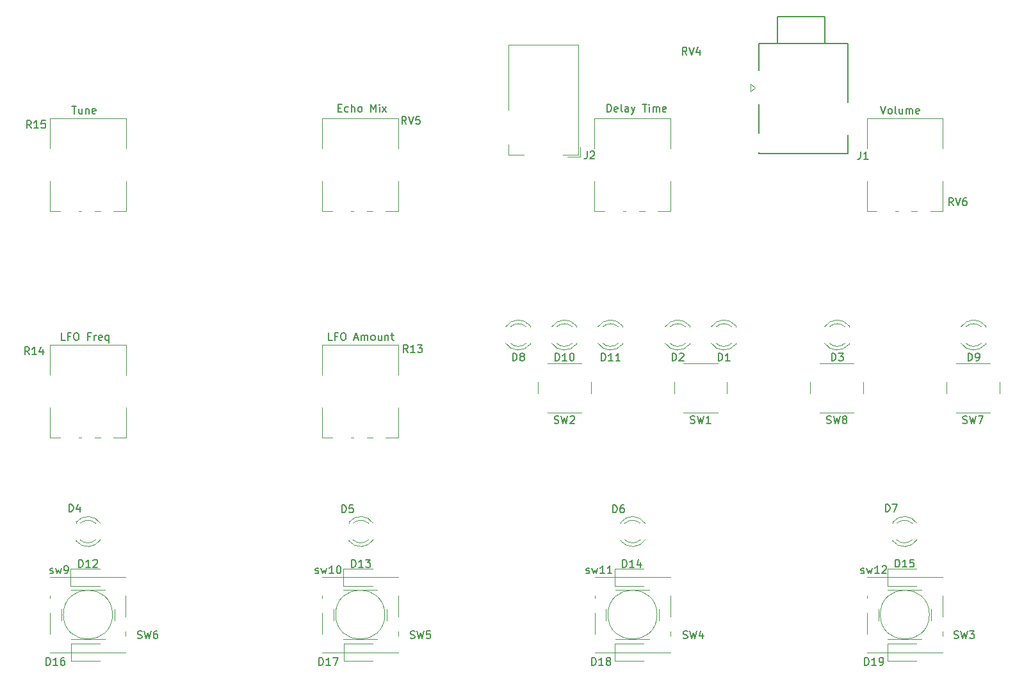
<source format=gbr>
%TF.GenerationSoftware,KiCad,Pcbnew,8.0.6-8.0.6-0~ubuntu22.04.1*%
%TF.CreationDate,2024-11-14T20:16:39+01:00*%
%TF.ProjectId,VCO_RPIpico,56434f5f-5250-4497-9069-636f2e6b6963,0*%
%TF.SameCoordinates,Original*%
%TF.FileFunction,Legend,Top*%
%TF.FilePolarity,Positive*%
%FSLAX46Y46*%
G04 Gerber Fmt 4.6, Leading zero omitted, Abs format (unit mm)*
G04 Created by KiCad (PCBNEW 8.0.6-8.0.6-0~ubuntu22.04.1) date 2024-11-14 20:16:39*
%MOMM*%
%LPD*%
G01*
G04 APERTURE LIST*
%ADD10C,0.150000*%
%ADD11C,0.120000*%
G04 APERTURE END LIST*
D10*
X54893922Y-56717819D02*
X55465350Y-56717819D01*
X55179636Y-57717819D02*
X55179636Y-56717819D01*
X56227255Y-57051152D02*
X56227255Y-57717819D01*
X55798684Y-57051152D02*
X55798684Y-57574961D01*
X55798684Y-57574961D02*
X55846303Y-57670200D01*
X55846303Y-57670200D02*
X55941541Y-57717819D01*
X55941541Y-57717819D02*
X56084398Y-57717819D01*
X56084398Y-57717819D02*
X56179636Y-57670200D01*
X56179636Y-57670200D02*
X56227255Y-57622580D01*
X56703446Y-57051152D02*
X56703446Y-57717819D01*
X56703446Y-57146390D02*
X56751065Y-57098771D01*
X56751065Y-57098771D02*
X56846303Y-57051152D01*
X56846303Y-57051152D02*
X56989160Y-57051152D01*
X56989160Y-57051152D02*
X57084398Y-57098771D01*
X57084398Y-57098771D02*
X57132017Y-57194009D01*
X57132017Y-57194009D02*
X57132017Y-57717819D01*
X57989160Y-57670200D02*
X57893922Y-57717819D01*
X57893922Y-57717819D02*
X57703446Y-57717819D01*
X57703446Y-57717819D02*
X57608208Y-57670200D01*
X57608208Y-57670200D02*
X57560589Y-57574961D01*
X57560589Y-57574961D02*
X57560589Y-57194009D01*
X57560589Y-57194009D02*
X57608208Y-57098771D01*
X57608208Y-57098771D02*
X57703446Y-57051152D01*
X57703446Y-57051152D02*
X57893922Y-57051152D01*
X57893922Y-57051152D02*
X57989160Y-57098771D01*
X57989160Y-57098771D02*
X58036779Y-57194009D01*
X58036779Y-57194009D02*
X58036779Y-57289247D01*
X58036779Y-57289247D02*
X57560589Y-57384485D01*
X89294969Y-87689819D02*
X88818779Y-87689819D01*
X88818779Y-87689819D02*
X88818779Y-86689819D01*
X89961636Y-87166009D02*
X89628303Y-87166009D01*
X89628303Y-87689819D02*
X89628303Y-86689819D01*
X89628303Y-86689819D02*
X90104493Y-86689819D01*
X90675922Y-86689819D02*
X90866398Y-86689819D01*
X90866398Y-86689819D02*
X90961636Y-86737438D01*
X90961636Y-86737438D02*
X91056874Y-86832676D01*
X91056874Y-86832676D02*
X91104493Y-87023152D01*
X91104493Y-87023152D02*
X91104493Y-87356485D01*
X91104493Y-87356485D02*
X91056874Y-87546961D01*
X91056874Y-87546961D02*
X90961636Y-87642200D01*
X90961636Y-87642200D02*
X90866398Y-87689819D01*
X90866398Y-87689819D02*
X90675922Y-87689819D01*
X90675922Y-87689819D02*
X90580684Y-87642200D01*
X90580684Y-87642200D02*
X90485446Y-87546961D01*
X90485446Y-87546961D02*
X90437827Y-87356485D01*
X90437827Y-87356485D02*
X90437827Y-87023152D01*
X90437827Y-87023152D02*
X90485446Y-86832676D01*
X90485446Y-86832676D02*
X90580684Y-86737438D01*
X90580684Y-86737438D02*
X90675922Y-86689819D01*
X92247351Y-87404104D02*
X92723541Y-87404104D01*
X92152113Y-87689819D02*
X92485446Y-86689819D01*
X92485446Y-86689819D02*
X92818779Y-87689819D01*
X93152113Y-87689819D02*
X93152113Y-87023152D01*
X93152113Y-87118390D02*
X93199732Y-87070771D01*
X93199732Y-87070771D02*
X93294970Y-87023152D01*
X93294970Y-87023152D02*
X93437827Y-87023152D01*
X93437827Y-87023152D02*
X93533065Y-87070771D01*
X93533065Y-87070771D02*
X93580684Y-87166009D01*
X93580684Y-87166009D02*
X93580684Y-87689819D01*
X93580684Y-87166009D02*
X93628303Y-87070771D01*
X93628303Y-87070771D02*
X93723541Y-87023152D01*
X93723541Y-87023152D02*
X93866398Y-87023152D01*
X93866398Y-87023152D02*
X93961637Y-87070771D01*
X93961637Y-87070771D02*
X94009256Y-87166009D01*
X94009256Y-87166009D02*
X94009256Y-87689819D01*
X94628303Y-87689819D02*
X94533065Y-87642200D01*
X94533065Y-87642200D02*
X94485446Y-87594580D01*
X94485446Y-87594580D02*
X94437827Y-87499342D01*
X94437827Y-87499342D02*
X94437827Y-87213628D01*
X94437827Y-87213628D02*
X94485446Y-87118390D01*
X94485446Y-87118390D02*
X94533065Y-87070771D01*
X94533065Y-87070771D02*
X94628303Y-87023152D01*
X94628303Y-87023152D02*
X94771160Y-87023152D01*
X94771160Y-87023152D02*
X94866398Y-87070771D01*
X94866398Y-87070771D02*
X94914017Y-87118390D01*
X94914017Y-87118390D02*
X94961636Y-87213628D01*
X94961636Y-87213628D02*
X94961636Y-87499342D01*
X94961636Y-87499342D02*
X94914017Y-87594580D01*
X94914017Y-87594580D02*
X94866398Y-87642200D01*
X94866398Y-87642200D02*
X94771160Y-87689819D01*
X94771160Y-87689819D02*
X94628303Y-87689819D01*
X95818779Y-87023152D02*
X95818779Y-87689819D01*
X95390208Y-87023152D02*
X95390208Y-87546961D01*
X95390208Y-87546961D02*
X95437827Y-87642200D01*
X95437827Y-87642200D02*
X95533065Y-87689819D01*
X95533065Y-87689819D02*
X95675922Y-87689819D01*
X95675922Y-87689819D02*
X95771160Y-87642200D01*
X95771160Y-87642200D02*
X95818779Y-87594580D01*
X96294970Y-87023152D02*
X96294970Y-87689819D01*
X96294970Y-87118390D02*
X96342589Y-87070771D01*
X96342589Y-87070771D02*
X96437827Y-87023152D01*
X96437827Y-87023152D02*
X96580684Y-87023152D01*
X96580684Y-87023152D02*
X96675922Y-87070771D01*
X96675922Y-87070771D02*
X96723541Y-87166009D01*
X96723541Y-87166009D02*
X96723541Y-87689819D01*
X97056875Y-87023152D02*
X97437827Y-87023152D01*
X97199732Y-86689819D02*
X97199732Y-87546961D01*
X97199732Y-87546961D02*
X97247351Y-87642200D01*
X97247351Y-87642200D02*
X97342589Y-87689819D01*
X97342589Y-87689819D02*
X97437827Y-87689819D01*
X125648779Y-57463819D02*
X125648779Y-56463819D01*
X125648779Y-56463819D02*
X125886874Y-56463819D01*
X125886874Y-56463819D02*
X126029731Y-56511438D01*
X126029731Y-56511438D02*
X126124969Y-56606676D01*
X126124969Y-56606676D02*
X126172588Y-56701914D01*
X126172588Y-56701914D02*
X126220207Y-56892390D01*
X126220207Y-56892390D02*
X126220207Y-57035247D01*
X126220207Y-57035247D02*
X126172588Y-57225723D01*
X126172588Y-57225723D02*
X126124969Y-57320961D01*
X126124969Y-57320961D02*
X126029731Y-57416200D01*
X126029731Y-57416200D02*
X125886874Y-57463819D01*
X125886874Y-57463819D02*
X125648779Y-57463819D01*
X127029731Y-57416200D02*
X126934493Y-57463819D01*
X126934493Y-57463819D02*
X126744017Y-57463819D01*
X126744017Y-57463819D02*
X126648779Y-57416200D01*
X126648779Y-57416200D02*
X126601160Y-57320961D01*
X126601160Y-57320961D02*
X126601160Y-56940009D01*
X126601160Y-56940009D02*
X126648779Y-56844771D01*
X126648779Y-56844771D02*
X126744017Y-56797152D01*
X126744017Y-56797152D02*
X126934493Y-56797152D01*
X126934493Y-56797152D02*
X127029731Y-56844771D01*
X127029731Y-56844771D02*
X127077350Y-56940009D01*
X127077350Y-56940009D02*
X127077350Y-57035247D01*
X127077350Y-57035247D02*
X126601160Y-57130485D01*
X127648779Y-57463819D02*
X127553541Y-57416200D01*
X127553541Y-57416200D02*
X127505922Y-57320961D01*
X127505922Y-57320961D02*
X127505922Y-56463819D01*
X128458303Y-57463819D02*
X128458303Y-56940009D01*
X128458303Y-56940009D02*
X128410684Y-56844771D01*
X128410684Y-56844771D02*
X128315446Y-56797152D01*
X128315446Y-56797152D02*
X128124970Y-56797152D01*
X128124970Y-56797152D02*
X128029732Y-56844771D01*
X128458303Y-57416200D02*
X128363065Y-57463819D01*
X128363065Y-57463819D02*
X128124970Y-57463819D01*
X128124970Y-57463819D02*
X128029732Y-57416200D01*
X128029732Y-57416200D02*
X127982113Y-57320961D01*
X127982113Y-57320961D02*
X127982113Y-57225723D01*
X127982113Y-57225723D02*
X128029732Y-57130485D01*
X128029732Y-57130485D02*
X128124970Y-57082866D01*
X128124970Y-57082866D02*
X128363065Y-57082866D01*
X128363065Y-57082866D02*
X128458303Y-57035247D01*
X128839256Y-56797152D02*
X129077351Y-57463819D01*
X129315446Y-56797152D02*
X129077351Y-57463819D01*
X129077351Y-57463819D02*
X128982113Y-57701914D01*
X128982113Y-57701914D02*
X128934494Y-57749533D01*
X128934494Y-57749533D02*
X128839256Y-57797152D01*
X130315447Y-56463819D02*
X130886875Y-56463819D01*
X130601161Y-57463819D02*
X130601161Y-56463819D01*
X131220209Y-57463819D02*
X131220209Y-56797152D01*
X131220209Y-56463819D02*
X131172590Y-56511438D01*
X131172590Y-56511438D02*
X131220209Y-56559057D01*
X131220209Y-56559057D02*
X131267828Y-56511438D01*
X131267828Y-56511438D02*
X131220209Y-56463819D01*
X131220209Y-56463819D02*
X131220209Y-56559057D01*
X131696399Y-57463819D02*
X131696399Y-56797152D01*
X131696399Y-56892390D02*
X131744018Y-56844771D01*
X131744018Y-56844771D02*
X131839256Y-56797152D01*
X131839256Y-56797152D02*
X131982113Y-56797152D01*
X131982113Y-56797152D02*
X132077351Y-56844771D01*
X132077351Y-56844771D02*
X132124970Y-56940009D01*
X132124970Y-56940009D02*
X132124970Y-57463819D01*
X132124970Y-56940009D02*
X132172589Y-56844771D01*
X132172589Y-56844771D02*
X132267827Y-56797152D01*
X132267827Y-56797152D02*
X132410684Y-56797152D01*
X132410684Y-56797152D02*
X132505923Y-56844771D01*
X132505923Y-56844771D02*
X132553542Y-56940009D01*
X132553542Y-56940009D02*
X132553542Y-57463819D01*
X133410684Y-57416200D02*
X133315446Y-57463819D01*
X133315446Y-57463819D02*
X133124970Y-57463819D01*
X133124970Y-57463819D02*
X133029732Y-57416200D01*
X133029732Y-57416200D02*
X132982113Y-57320961D01*
X132982113Y-57320961D02*
X132982113Y-56940009D01*
X132982113Y-56940009D02*
X133029732Y-56844771D01*
X133029732Y-56844771D02*
X133124970Y-56797152D01*
X133124970Y-56797152D02*
X133315446Y-56797152D01*
X133315446Y-56797152D02*
X133410684Y-56844771D01*
X133410684Y-56844771D02*
X133458303Y-56940009D01*
X133458303Y-56940009D02*
X133458303Y-57035247D01*
X133458303Y-57035247D02*
X132982113Y-57130485D01*
X161827922Y-56717819D02*
X162161255Y-57717819D01*
X162161255Y-57717819D02*
X162494588Y-56717819D01*
X162970779Y-57717819D02*
X162875541Y-57670200D01*
X162875541Y-57670200D02*
X162827922Y-57622580D01*
X162827922Y-57622580D02*
X162780303Y-57527342D01*
X162780303Y-57527342D02*
X162780303Y-57241628D01*
X162780303Y-57241628D02*
X162827922Y-57146390D01*
X162827922Y-57146390D02*
X162875541Y-57098771D01*
X162875541Y-57098771D02*
X162970779Y-57051152D01*
X162970779Y-57051152D02*
X163113636Y-57051152D01*
X163113636Y-57051152D02*
X163208874Y-57098771D01*
X163208874Y-57098771D02*
X163256493Y-57146390D01*
X163256493Y-57146390D02*
X163304112Y-57241628D01*
X163304112Y-57241628D02*
X163304112Y-57527342D01*
X163304112Y-57527342D02*
X163256493Y-57622580D01*
X163256493Y-57622580D02*
X163208874Y-57670200D01*
X163208874Y-57670200D02*
X163113636Y-57717819D01*
X163113636Y-57717819D02*
X162970779Y-57717819D01*
X163875541Y-57717819D02*
X163780303Y-57670200D01*
X163780303Y-57670200D02*
X163732684Y-57574961D01*
X163732684Y-57574961D02*
X163732684Y-56717819D01*
X164685065Y-57051152D02*
X164685065Y-57717819D01*
X164256494Y-57051152D02*
X164256494Y-57574961D01*
X164256494Y-57574961D02*
X164304113Y-57670200D01*
X164304113Y-57670200D02*
X164399351Y-57717819D01*
X164399351Y-57717819D02*
X164542208Y-57717819D01*
X164542208Y-57717819D02*
X164637446Y-57670200D01*
X164637446Y-57670200D02*
X164685065Y-57622580D01*
X165161256Y-57717819D02*
X165161256Y-57051152D01*
X165161256Y-57146390D02*
X165208875Y-57098771D01*
X165208875Y-57098771D02*
X165304113Y-57051152D01*
X165304113Y-57051152D02*
X165446970Y-57051152D01*
X165446970Y-57051152D02*
X165542208Y-57098771D01*
X165542208Y-57098771D02*
X165589827Y-57194009D01*
X165589827Y-57194009D02*
X165589827Y-57717819D01*
X165589827Y-57194009D02*
X165637446Y-57098771D01*
X165637446Y-57098771D02*
X165732684Y-57051152D01*
X165732684Y-57051152D02*
X165875541Y-57051152D01*
X165875541Y-57051152D02*
X165970780Y-57098771D01*
X165970780Y-57098771D02*
X166018399Y-57194009D01*
X166018399Y-57194009D02*
X166018399Y-57717819D01*
X166875541Y-57670200D02*
X166780303Y-57717819D01*
X166780303Y-57717819D02*
X166589827Y-57717819D01*
X166589827Y-57717819D02*
X166494589Y-57670200D01*
X166494589Y-57670200D02*
X166446970Y-57574961D01*
X166446970Y-57574961D02*
X166446970Y-57194009D01*
X166446970Y-57194009D02*
X166494589Y-57098771D01*
X166494589Y-57098771D02*
X166589827Y-57051152D01*
X166589827Y-57051152D02*
X166780303Y-57051152D01*
X166780303Y-57051152D02*
X166875541Y-57098771D01*
X166875541Y-57098771D02*
X166923160Y-57194009D01*
X166923160Y-57194009D02*
X166923160Y-57289247D01*
X166923160Y-57289247D02*
X166446970Y-57384485D01*
X90088779Y-56940009D02*
X90422112Y-56940009D01*
X90564969Y-57463819D02*
X90088779Y-57463819D01*
X90088779Y-57463819D02*
X90088779Y-56463819D01*
X90088779Y-56463819D02*
X90564969Y-56463819D01*
X91422112Y-57416200D02*
X91326874Y-57463819D01*
X91326874Y-57463819D02*
X91136398Y-57463819D01*
X91136398Y-57463819D02*
X91041160Y-57416200D01*
X91041160Y-57416200D02*
X90993541Y-57368580D01*
X90993541Y-57368580D02*
X90945922Y-57273342D01*
X90945922Y-57273342D02*
X90945922Y-56987628D01*
X90945922Y-56987628D02*
X90993541Y-56892390D01*
X90993541Y-56892390D02*
X91041160Y-56844771D01*
X91041160Y-56844771D02*
X91136398Y-56797152D01*
X91136398Y-56797152D02*
X91326874Y-56797152D01*
X91326874Y-56797152D02*
X91422112Y-56844771D01*
X91850684Y-57463819D02*
X91850684Y-56463819D01*
X92279255Y-57463819D02*
X92279255Y-56940009D01*
X92279255Y-56940009D02*
X92231636Y-56844771D01*
X92231636Y-56844771D02*
X92136398Y-56797152D01*
X92136398Y-56797152D02*
X91993541Y-56797152D01*
X91993541Y-56797152D02*
X91898303Y-56844771D01*
X91898303Y-56844771D02*
X91850684Y-56892390D01*
X92898303Y-57463819D02*
X92803065Y-57416200D01*
X92803065Y-57416200D02*
X92755446Y-57368580D01*
X92755446Y-57368580D02*
X92707827Y-57273342D01*
X92707827Y-57273342D02*
X92707827Y-56987628D01*
X92707827Y-56987628D02*
X92755446Y-56892390D01*
X92755446Y-56892390D02*
X92803065Y-56844771D01*
X92803065Y-56844771D02*
X92898303Y-56797152D01*
X92898303Y-56797152D02*
X93041160Y-56797152D01*
X93041160Y-56797152D02*
X93136398Y-56844771D01*
X93136398Y-56844771D02*
X93184017Y-56892390D01*
X93184017Y-56892390D02*
X93231636Y-56987628D01*
X93231636Y-56987628D02*
X93231636Y-57273342D01*
X93231636Y-57273342D02*
X93184017Y-57368580D01*
X93184017Y-57368580D02*
X93136398Y-57416200D01*
X93136398Y-57416200D02*
X93041160Y-57463819D01*
X93041160Y-57463819D02*
X92898303Y-57463819D01*
X94422113Y-57463819D02*
X94422113Y-56463819D01*
X94422113Y-56463819D02*
X94755446Y-57178104D01*
X94755446Y-57178104D02*
X95088779Y-56463819D01*
X95088779Y-56463819D02*
X95088779Y-57463819D01*
X95564970Y-57463819D02*
X95564970Y-56797152D01*
X95564970Y-56463819D02*
X95517351Y-56511438D01*
X95517351Y-56511438D02*
X95564970Y-56559057D01*
X95564970Y-56559057D02*
X95612589Y-56511438D01*
X95612589Y-56511438D02*
X95564970Y-56463819D01*
X95564970Y-56463819D02*
X95564970Y-56559057D01*
X95945922Y-57463819D02*
X96469731Y-56797152D01*
X95945922Y-56797152D02*
X96469731Y-57463819D01*
X53988969Y-87689819D02*
X53512779Y-87689819D01*
X53512779Y-87689819D02*
X53512779Y-86689819D01*
X54655636Y-87166009D02*
X54322303Y-87166009D01*
X54322303Y-87689819D02*
X54322303Y-86689819D01*
X54322303Y-86689819D02*
X54798493Y-86689819D01*
X55369922Y-86689819D02*
X55560398Y-86689819D01*
X55560398Y-86689819D02*
X55655636Y-86737438D01*
X55655636Y-86737438D02*
X55750874Y-86832676D01*
X55750874Y-86832676D02*
X55798493Y-87023152D01*
X55798493Y-87023152D02*
X55798493Y-87356485D01*
X55798493Y-87356485D02*
X55750874Y-87546961D01*
X55750874Y-87546961D02*
X55655636Y-87642200D01*
X55655636Y-87642200D02*
X55560398Y-87689819D01*
X55560398Y-87689819D02*
X55369922Y-87689819D01*
X55369922Y-87689819D02*
X55274684Y-87642200D01*
X55274684Y-87642200D02*
X55179446Y-87546961D01*
X55179446Y-87546961D02*
X55131827Y-87356485D01*
X55131827Y-87356485D02*
X55131827Y-87023152D01*
X55131827Y-87023152D02*
X55179446Y-86832676D01*
X55179446Y-86832676D02*
X55274684Y-86737438D01*
X55274684Y-86737438D02*
X55369922Y-86689819D01*
X57322303Y-87166009D02*
X56988970Y-87166009D01*
X56988970Y-87689819D02*
X56988970Y-86689819D01*
X56988970Y-86689819D02*
X57465160Y-86689819D01*
X57846113Y-87689819D02*
X57846113Y-87023152D01*
X57846113Y-87213628D02*
X57893732Y-87118390D01*
X57893732Y-87118390D02*
X57941351Y-87070771D01*
X57941351Y-87070771D02*
X58036589Y-87023152D01*
X58036589Y-87023152D02*
X58131827Y-87023152D01*
X58846113Y-87642200D02*
X58750875Y-87689819D01*
X58750875Y-87689819D02*
X58560399Y-87689819D01*
X58560399Y-87689819D02*
X58465161Y-87642200D01*
X58465161Y-87642200D02*
X58417542Y-87546961D01*
X58417542Y-87546961D02*
X58417542Y-87166009D01*
X58417542Y-87166009D02*
X58465161Y-87070771D01*
X58465161Y-87070771D02*
X58560399Y-87023152D01*
X58560399Y-87023152D02*
X58750875Y-87023152D01*
X58750875Y-87023152D02*
X58846113Y-87070771D01*
X58846113Y-87070771D02*
X58893732Y-87166009D01*
X58893732Y-87166009D02*
X58893732Y-87261247D01*
X58893732Y-87261247D02*
X58417542Y-87356485D01*
X59750875Y-87023152D02*
X59750875Y-88023152D01*
X59750875Y-87642200D02*
X59655637Y-87689819D01*
X59655637Y-87689819D02*
X59465161Y-87689819D01*
X59465161Y-87689819D02*
X59369923Y-87642200D01*
X59369923Y-87642200D02*
X59322304Y-87594580D01*
X59322304Y-87594580D02*
X59274685Y-87499342D01*
X59274685Y-87499342D02*
X59274685Y-87213628D01*
X59274685Y-87213628D02*
X59322304Y-87118390D01*
X59322304Y-87118390D02*
X59369923Y-87070771D01*
X59369923Y-87070771D02*
X59465161Y-87023152D01*
X59465161Y-87023152D02*
X59655637Y-87023152D01*
X59655637Y-87023152D02*
X59750875Y-87070771D01*
X159197524Y-118495200D02*
X159292762Y-118542819D01*
X159292762Y-118542819D02*
X159483238Y-118542819D01*
X159483238Y-118542819D02*
X159578476Y-118495200D01*
X159578476Y-118495200D02*
X159626095Y-118399961D01*
X159626095Y-118399961D02*
X159626095Y-118352342D01*
X159626095Y-118352342D02*
X159578476Y-118257104D01*
X159578476Y-118257104D02*
X159483238Y-118209485D01*
X159483238Y-118209485D02*
X159340381Y-118209485D01*
X159340381Y-118209485D02*
X159245143Y-118161866D01*
X159245143Y-118161866D02*
X159197524Y-118066628D01*
X159197524Y-118066628D02*
X159197524Y-118019009D01*
X159197524Y-118019009D02*
X159245143Y-117923771D01*
X159245143Y-117923771D02*
X159340381Y-117876152D01*
X159340381Y-117876152D02*
X159483238Y-117876152D01*
X159483238Y-117876152D02*
X159578476Y-117923771D01*
X159959429Y-117876152D02*
X160149905Y-118542819D01*
X160149905Y-118542819D02*
X160340381Y-118066628D01*
X160340381Y-118066628D02*
X160530857Y-118542819D01*
X160530857Y-118542819D02*
X160721333Y-117876152D01*
X161626095Y-118542819D02*
X161054667Y-118542819D01*
X161340381Y-118542819D02*
X161340381Y-117542819D01*
X161340381Y-117542819D02*
X161245143Y-117685676D01*
X161245143Y-117685676D02*
X161149905Y-117780914D01*
X161149905Y-117780914D02*
X161054667Y-117828533D01*
X162007048Y-117638057D02*
X162054667Y-117590438D01*
X162054667Y-117590438D02*
X162149905Y-117542819D01*
X162149905Y-117542819D02*
X162388000Y-117542819D01*
X162388000Y-117542819D02*
X162483238Y-117590438D01*
X162483238Y-117590438D02*
X162530857Y-117638057D01*
X162530857Y-117638057D02*
X162578476Y-117733295D01*
X162578476Y-117733295D02*
X162578476Y-117828533D01*
X162578476Y-117828533D02*
X162530857Y-117971390D01*
X162530857Y-117971390D02*
X161959429Y-118542819D01*
X161959429Y-118542819D02*
X162578476Y-118542819D01*
X122875524Y-118495200D02*
X122970762Y-118542819D01*
X122970762Y-118542819D02*
X123161238Y-118542819D01*
X123161238Y-118542819D02*
X123256476Y-118495200D01*
X123256476Y-118495200D02*
X123304095Y-118399961D01*
X123304095Y-118399961D02*
X123304095Y-118352342D01*
X123304095Y-118352342D02*
X123256476Y-118257104D01*
X123256476Y-118257104D02*
X123161238Y-118209485D01*
X123161238Y-118209485D02*
X123018381Y-118209485D01*
X123018381Y-118209485D02*
X122923143Y-118161866D01*
X122923143Y-118161866D02*
X122875524Y-118066628D01*
X122875524Y-118066628D02*
X122875524Y-118019009D01*
X122875524Y-118019009D02*
X122923143Y-117923771D01*
X122923143Y-117923771D02*
X123018381Y-117876152D01*
X123018381Y-117876152D02*
X123161238Y-117876152D01*
X123161238Y-117876152D02*
X123256476Y-117923771D01*
X123637429Y-117876152D02*
X123827905Y-118542819D01*
X123827905Y-118542819D02*
X124018381Y-118066628D01*
X124018381Y-118066628D02*
X124208857Y-118542819D01*
X124208857Y-118542819D02*
X124399333Y-117876152D01*
X125304095Y-118542819D02*
X124732667Y-118542819D01*
X125018381Y-118542819D02*
X125018381Y-117542819D01*
X125018381Y-117542819D02*
X124923143Y-117685676D01*
X124923143Y-117685676D02*
X124827905Y-117780914D01*
X124827905Y-117780914D02*
X124732667Y-117828533D01*
X126256476Y-118542819D02*
X125685048Y-118542819D01*
X125970762Y-118542819D02*
X125970762Y-117542819D01*
X125970762Y-117542819D02*
X125875524Y-117685676D01*
X125875524Y-117685676D02*
X125780286Y-117780914D01*
X125780286Y-117780914D02*
X125685048Y-117828533D01*
X87061524Y-118495200D02*
X87156762Y-118542819D01*
X87156762Y-118542819D02*
X87347238Y-118542819D01*
X87347238Y-118542819D02*
X87442476Y-118495200D01*
X87442476Y-118495200D02*
X87490095Y-118399961D01*
X87490095Y-118399961D02*
X87490095Y-118352342D01*
X87490095Y-118352342D02*
X87442476Y-118257104D01*
X87442476Y-118257104D02*
X87347238Y-118209485D01*
X87347238Y-118209485D02*
X87204381Y-118209485D01*
X87204381Y-118209485D02*
X87109143Y-118161866D01*
X87109143Y-118161866D02*
X87061524Y-118066628D01*
X87061524Y-118066628D02*
X87061524Y-118019009D01*
X87061524Y-118019009D02*
X87109143Y-117923771D01*
X87109143Y-117923771D02*
X87204381Y-117876152D01*
X87204381Y-117876152D02*
X87347238Y-117876152D01*
X87347238Y-117876152D02*
X87442476Y-117923771D01*
X87823429Y-117876152D02*
X88013905Y-118542819D01*
X88013905Y-118542819D02*
X88204381Y-118066628D01*
X88204381Y-118066628D02*
X88394857Y-118542819D01*
X88394857Y-118542819D02*
X88585333Y-117876152D01*
X89490095Y-118542819D02*
X88918667Y-118542819D01*
X89204381Y-118542819D02*
X89204381Y-117542819D01*
X89204381Y-117542819D02*
X89109143Y-117685676D01*
X89109143Y-117685676D02*
X89013905Y-117780914D01*
X89013905Y-117780914D02*
X88918667Y-117828533D01*
X90109143Y-117542819D02*
X90204381Y-117542819D01*
X90204381Y-117542819D02*
X90299619Y-117590438D01*
X90299619Y-117590438D02*
X90347238Y-117638057D01*
X90347238Y-117638057D02*
X90394857Y-117733295D01*
X90394857Y-117733295D02*
X90442476Y-117923771D01*
X90442476Y-117923771D02*
X90442476Y-118161866D01*
X90442476Y-118161866D02*
X90394857Y-118352342D01*
X90394857Y-118352342D02*
X90347238Y-118447580D01*
X90347238Y-118447580D02*
X90299619Y-118495200D01*
X90299619Y-118495200D02*
X90204381Y-118542819D01*
X90204381Y-118542819D02*
X90109143Y-118542819D01*
X90109143Y-118542819D02*
X90013905Y-118495200D01*
X90013905Y-118495200D02*
X89966286Y-118447580D01*
X89966286Y-118447580D02*
X89918667Y-118352342D01*
X89918667Y-118352342D02*
X89871048Y-118161866D01*
X89871048Y-118161866D02*
X89871048Y-117923771D01*
X89871048Y-117923771D02*
X89918667Y-117733295D01*
X89918667Y-117733295D02*
X89966286Y-117638057D01*
X89966286Y-117638057D02*
X90013905Y-117590438D01*
X90013905Y-117590438D02*
X90109143Y-117542819D01*
X51977714Y-118495200D02*
X52072952Y-118542819D01*
X52072952Y-118542819D02*
X52263428Y-118542819D01*
X52263428Y-118542819D02*
X52358666Y-118495200D01*
X52358666Y-118495200D02*
X52406285Y-118399961D01*
X52406285Y-118399961D02*
X52406285Y-118352342D01*
X52406285Y-118352342D02*
X52358666Y-118257104D01*
X52358666Y-118257104D02*
X52263428Y-118209485D01*
X52263428Y-118209485D02*
X52120571Y-118209485D01*
X52120571Y-118209485D02*
X52025333Y-118161866D01*
X52025333Y-118161866D02*
X51977714Y-118066628D01*
X51977714Y-118066628D02*
X51977714Y-118019009D01*
X51977714Y-118019009D02*
X52025333Y-117923771D01*
X52025333Y-117923771D02*
X52120571Y-117876152D01*
X52120571Y-117876152D02*
X52263428Y-117876152D01*
X52263428Y-117876152D02*
X52358666Y-117923771D01*
X52739619Y-117876152D02*
X52930095Y-118542819D01*
X52930095Y-118542819D02*
X53120571Y-118066628D01*
X53120571Y-118066628D02*
X53311047Y-118542819D01*
X53311047Y-118542819D02*
X53501523Y-117876152D01*
X53930095Y-118542819D02*
X54120571Y-118542819D01*
X54120571Y-118542819D02*
X54215809Y-118495200D01*
X54215809Y-118495200D02*
X54263428Y-118447580D01*
X54263428Y-118447580D02*
X54358666Y-118304723D01*
X54358666Y-118304723D02*
X54406285Y-118114247D01*
X54406285Y-118114247D02*
X54406285Y-117733295D01*
X54406285Y-117733295D02*
X54358666Y-117638057D01*
X54358666Y-117638057D02*
X54311047Y-117590438D01*
X54311047Y-117590438D02*
X54215809Y-117542819D01*
X54215809Y-117542819D02*
X54025333Y-117542819D01*
X54025333Y-117542819D02*
X53930095Y-117590438D01*
X53930095Y-117590438D02*
X53882476Y-117638057D01*
X53882476Y-117638057D02*
X53834857Y-117733295D01*
X53834857Y-117733295D02*
X53834857Y-117971390D01*
X53834857Y-117971390D02*
X53882476Y-118066628D01*
X53882476Y-118066628D02*
X53930095Y-118114247D01*
X53930095Y-118114247D02*
X54025333Y-118161866D01*
X54025333Y-118161866D02*
X54215809Y-118161866D01*
X54215809Y-118161866D02*
X54311047Y-118114247D01*
X54311047Y-118114247D02*
X54358666Y-118066628D01*
X54358666Y-118066628D02*
X54406285Y-117971390D01*
X126383905Y-110502819D02*
X126383905Y-109502819D01*
X126383905Y-109502819D02*
X126622000Y-109502819D01*
X126622000Y-109502819D02*
X126764857Y-109550438D01*
X126764857Y-109550438D02*
X126860095Y-109645676D01*
X126860095Y-109645676D02*
X126907714Y-109740914D01*
X126907714Y-109740914D02*
X126955333Y-109931390D01*
X126955333Y-109931390D02*
X126955333Y-110074247D01*
X126955333Y-110074247D02*
X126907714Y-110264723D01*
X126907714Y-110264723D02*
X126860095Y-110359961D01*
X126860095Y-110359961D02*
X126764857Y-110455200D01*
X126764857Y-110455200D02*
X126622000Y-110502819D01*
X126622000Y-110502819D02*
X126383905Y-110502819D01*
X127812476Y-109502819D02*
X127622000Y-109502819D01*
X127622000Y-109502819D02*
X127526762Y-109550438D01*
X127526762Y-109550438D02*
X127479143Y-109598057D01*
X127479143Y-109598057D02*
X127383905Y-109740914D01*
X127383905Y-109740914D02*
X127336286Y-109931390D01*
X127336286Y-109931390D02*
X127336286Y-110312342D01*
X127336286Y-110312342D02*
X127383905Y-110407580D01*
X127383905Y-110407580D02*
X127431524Y-110455200D01*
X127431524Y-110455200D02*
X127526762Y-110502819D01*
X127526762Y-110502819D02*
X127717238Y-110502819D01*
X127717238Y-110502819D02*
X127812476Y-110455200D01*
X127812476Y-110455200D02*
X127860095Y-110407580D01*
X127860095Y-110407580D02*
X127907714Y-110312342D01*
X127907714Y-110312342D02*
X127907714Y-110074247D01*
X127907714Y-110074247D02*
X127860095Y-109979009D01*
X127860095Y-109979009D02*
X127812476Y-109931390D01*
X127812476Y-109931390D02*
X127717238Y-109883771D01*
X127717238Y-109883771D02*
X127526762Y-109883771D01*
X127526762Y-109883771D02*
X127431524Y-109931390D01*
X127431524Y-109931390D02*
X127383905Y-109979009D01*
X127383905Y-109979009D02*
X127336286Y-110074247D01*
X123621714Y-130692819D02*
X123621714Y-129692819D01*
X123621714Y-129692819D02*
X123859809Y-129692819D01*
X123859809Y-129692819D02*
X124002666Y-129740438D01*
X124002666Y-129740438D02*
X124097904Y-129835676D01*
X124097904Y-129835676D02*
X124145523Y-129930914D01*
X124145523Y-129930914D02*
X124193142Y-130121390D01*
X124193142Y-130121390D02*
X124193142Y-130264247D01*
X124193142Y-130264247D02*
X124145523Y-130454723D01*
X124145523Y-130454723D02*
X124097904Y-130549961D01*
X124097904Y-130549961D02*
X124002666Y-130645200D01*
X124002666Y-130645200D02*
X123859809Y-130692819D01*
X123859809Y-130692819D02*
X123621714Y-130692819D01*
X125145523Y-130692819D02*
X124574095Y-130692819D01*
X124859809Y-130692819D02*
X124859809Y-129692819D01*
X124859809Y-129692819D02*
X124764571Y-129835676D01*
X124764571Y-129835676D02*
X124669333Y-129930914D01*
X124669333Y-129930914D02*
X124574095Y-129978533D01*
X125716952Y-130121390D02*
X125621714Y-130073771D01*
X125621714Y-130073771D02*
X125574095Y-130026152D01*
X125574095Y-130026152D02*
X125526476Y-129930914D01*
X125526476Y-129930914D02*
X125526476Y-129883295D01*
X125526476Y-129883295D02*
X125574095Y-129788057D01*
X125574095Y-129788057D02*
X125621714Y-129740438D01*
X125621714Y-129740438D02*
X125716952Y-129692819D01*
X125716952Y-129692819D02*
X125907428Y-129692819D01*
X125907428Y-129692819D02*
X126002666Y-129740438D01*
X126002666Y-129740438D02*
X126050285Y-129788057D01*
X126050285Y-129788057D02*
X126097904Y-129883295D01*
X126097904Y-129883295D02*
X126097904Y-129930914D01*
X126097904Y-129930914D02*
X126050285Y-130026152D01*
X126050285Y-130026152D02*
X126002666Y-130073771D01*
X126002666Y-130073771D02*
X125907428Y-130121390D01*
X125907428Y-130121390D02*
X125716952Y-130121390D01*
X125716952Y-130121390D02*
X125621714Y-130169009D01*
X125621714Y-130169009D02*
X125574095Y-130216628D01*
X125574095Y-130216628D02*
X125526476Y-130311866D01*
X125526476Y-130311866D02*
X125526476Y-130502342D01*
X125526476Y-130502342D02*
X125574095Y-130597580D01*
X125574095Y-130597580D02*
X125621714Y-130645200D01*
X125621714Y-130645200D02*
X125716952Y-130692819D01*
X125716952Y-130692819D02*
X125907428Y-130692819D01*
X125907428Y-130692819D02*
X126002666Y-130645200D01*
X126002666Y-130645200D02*
X126050285Y-130597580D01*
X126050285Y-130597580D02*
X126097904Y-130502342D01*
X126097904Y-130502342D02*
X126097904Y-130311866D01*
X126097904Y-130311866D02*
X126050285Y-130216628D01*
X126050285Y-130216628D02*
X126002666Y-130169009D01*
X126002666Y-130169009D02*
X125907428Y-130121390D01*
X49247142Y-89586819D02*
X48913809Y-89110628D01*
X48675714Y-89586819D02*
X48675714Y-88586819D01*
X48675714Y-88586819D02*
X49056666Y-88586819D01*
X49056666Y-88586819D02*
X49151904Y-88634438D01*
X49151904Y-88634438D02*
X49199523Y-88682057D01*
X49199523Y-88682057D02*
X49247142Y-88777295D01*
X49247142Y-88777295D02*
X49247142Y-88920152D01*
X49247142Y-88920152D02*
X49199523Y-89015390D01*
X49199523Y-89015390D02*
X49151904Y-89063009D01*
X49151904Y-89063009D02*
X49056666Y-89110628D01*
X49056666Y-89110628D02*
X48675714Y-89110628D01*
X50199523Y-89586819D02*
X49628095Y-89586819D01*
X49913809Y-89586819D02*
X49913809Y-88586819D01*
X49913809Y-88586819D02*
X49818571Y-88729676D01*
X49818571Y-88729676D02*
X49723333Y-88824914D01*
X49723333Y-88824914D02*
X49628095Y-88872533D01*
X51056666Y-88920152D02*
X51056666Y-89586819D01*
X50818571Y-88539200D02*
X50580476Y-89253485D01*
X50580476Y-89253485D02*
X51199523Y-89253485D01*
X135694667Y-127105200D02*
X135837524Y-127152819D01*
X135837524Y-127152819D02*
X136075619Y-127152819D01*
X136075619Y-127152819D02*
X136170857Y-127105200D01*
X136170857Y-127105200D02*
X136218476Y-127057580D01*
X136218476Y-127057580D02*
X136266095Y-126962342D01*
X136266095Y-126962342D02*
X136266095Y-126867104D01*
X136266095Y-126867104D02*
X136218476Y-126771866D01*
X136218476Y-126771866D02*
X136170857Y-126724247D01*
X136170857Y-126724247D02*
X136075619Y-126676628D01*
X136075619Y-126676628D02*
X135885143Y-126629009D01*
X135885143Y-126629009D02*
X135789905Y-126581390D01*
X135789905Y-126581390D02*
X135742286Y-126533771D01*
X135742286Y-126533771D02*
X135694667Y-126438533D01*
X135694667Y-126438533D02*
X135694667Y-126343295D01*
X135694667Y-126343295D02*
X135742286Y-126248057D01*
X135742286Y-126248057D02*
X135789905Y-126200438D01*
X135789905Y-126200438D02*
X135885143Y-126152819D01*
X135885143Y-126152819D02*
X136123238Y-126152819D01*
X136123238Y-126152819D02*
X136266095Y-126200438D01*
X136599429Y-126152819D02*
X136837524Y-127152819D01*
X136837524Y-127152819D02*
X137028000Y-126438533D01*
X137028000Y-126438533D02*
X137218476Y-127152819D01*
X137218476Y-127152819D02*
X137456572Y-126152819D01*
X138266095Y-126486152D02*
X138266095Y-127152819D01*
X138028000Y-126105200D02*
X137789905Y-126819485D01*
X137789905Y-126819485D02*
X138408952Y-126819485D01*
X63558667Y-127105200D02*
X63701524Y-127152819D01*
X63701524Y-127152819D02*
X63939619Y-127152819D01*
X63939619Y-127152819D02*
X64034857Y-127105200D01*
X64034857Y-127105200D02*
X64082476Y-127057580D01*
X64082476Y-127057580D02*
X64130095Y-126962342D01*
X64130095Y-126962342D02*
X64130095Y-126867104D01*
X64130095Y-126867104D02*
X64082476Y-126771866D01*
X64082476Y-126771866D02*
X64034857Y-126724247D01*
X64034857Y-126724247D02*
X63939619Y-126676628D01*
X63939619Y-126676628D02*
X63749143Y-126629009D01*
X63749143Y-126629009D02*
X63653905Y-126581390D01*
X63653905Y-126581390D02*
X63606286Y-126533771D01*
X63606286Y-126533771D02*
X63558667Y-126438533D01*
X63558667Y-126438533D02*
X63558667Y-126343295D01*
X63558667Y-126343295D02*
X63606286Y-126248057D01*
X63606286Y-126248057D02*
X63653905Y-126200438D01*
X63653905Y-126200438D02*
X63749143Y-126152819D01*
X63749143Y-126152819D02*
X63987238Y-126152819D01*
X63987238Y-126152819D02*
X64130095Y-126200438D01*
X64463429Y-126152819D02*
X64701524Y-127152819D01*
X64701524Y-127152819D02*
X64892000Y-126438533D01*
X64892000Y-126438533D02*
X65082476Y-127152819D01*
X65082476Y-127152819D02*
X65320572Y-126152819D01*
X66130095Y-126152819D02*
X65939619Y-126152819D01*
X65939619Y-126152819D02*
X65844381Y-126200438D01*
X65844381Y-126200438D02*
X65796762Y-126248057D01*
X65796762Y-126248057D02*
X65701524Y-126390914D01*
X65701524Y-126390914D02*
X65653905Y-126581390D01*
X65653905Y-126581390D02*
X65653905Y-126962342D01*
X65653905Y-126962342D02*
X65701524Y-127057580D01*
X65701524Y-127057580D02*
X65749143Y-127105200D01*
X65749143Y-127105200D02*
X65844381Y-127152819D01*
X65844381Y-127152819D02*
X66034857Y-127152819D01*
X66034857Y-127152819D02*
X66130095Y-127105200D01*
X66130095Y-127105200D02*
X66177714Y-127057580D01*
X66177714Y-127057580D02*
X66225333Y-126962342D01*
X66225333Y-126962342D02*
X66225333Y-126724247D01*
X66225333Y-126724247D02*
X66177714Y-126629009D01*
X66177714Y-126629009D02*
X66130095Y-126581390D01*
X66130095Y-126581390D02*
X66034857Y-126533771D01*
X66034857Y-126533771D02*
X65844381Y-126533771D01*
X65844381Y-126533771D02*
X65749143Y-126581390D01*
X65749143Y-126581390D02*
X65701524Y-126629009D01*
X65701524Y-126629009D02*
X65653905Y-126724247D01*
X87553714Y-130692819D02*
X87553714Y-129692819D01*
X87553714Y-129692819D02*
X87791809Y-129692819D01*
X87791809Y-129692819D02*
X87934666Y-129740438D01*
X87934666Y-129740438D02*
X88029904Y-129835676D01*
X88029904Y-129835676D02*
X88077523Y-129930914D01*
X88077523Y-129930914D02*
X88125142Y-130121390D01*
X88125142Y-130121390D02*
X88125142Y-130264247D01*
X88125142Y-130264247D02*
X88077523Y-130454723D01*
X88077523Y-130454723D02*
X88029904Y-130549961D01*
X88029904Y-130549961D02*
X87934666Y-130645200D01*
X87934666Y-130645200D02*
X87791809Y-130692819D01*
X87791809Y-130692819D02*
X87553714Y-130692819D01*
X89077523Y-130692819D02*
X88506095Y-130692819D01*
X88791809Y-130692819D02*
X88791809Y-129692819D01*
X88791809Y-129692819D02*
X88696571Y-129835676D01*
X88696571Y-129835676D02*
X88601333Y-129930914D01*
X88601333Y-129930914D02*
X88506095Y-129978533D01*
X89410857Y-129692819D02*
X90077523Y-129692819D01*
X90077523Y-129692819D02*
X89648952Y-130692819D01*
X118784714Y-90414819D02*
X118784714Y-89414819D01*
X118784714Y-89414819D02*
X119022809Y-89414819D01*
X119022809Y-89414819D02*
X119165666Y-89462438D01*
X119165666Y-89462438D02*
X119260904Y-89557676D01*
X119260904Y-89557676D02*
X119308523Y-89652914D01*
X119308523Y-89652914D02*
X119356142Y-89843390D01*
X119356142Y-89843390D02*
X119356142Y-89986247D01*
X119356142Y-89986247D02*
X119308523Y-90176723D01*
X119308523Y-90176723D02*
X119260904Y-90271961D01*
X119260904Y-90271961D02*
X119165666Y-90367200D01*
X119165666Y-90367200D02*
X119022809Y-90414819D01*
X119022809Y-90414819D02*
X118784714Y-90414819D01*
X120308523Y-90414819D02*
X119737095Y-90414819D01*
X120022809Y-90414819D02*
X120022809Y-89414819D01*
X120022809Y-89414819D02*
X119927571Y-89557676D01*
X119927571Y-89557676D02*
X119832333Y-89652914D01*
X119832333Y-89652914D02*
X119737095Y-89700533D01*
X120927571Y-89414819D02*
X121022809Y-89414819D01*
X121022809Y-89414819D02*
X121118047Y-89462438D01*
X121118047Y-89462438D02*
X121165666Y-89510057D01*
X121165666Y-89510057D02*
X121213285Y-89605295D01*
X121213285Y-89605295D02*
X121260904Y-89795771D01*
X121260904Y-89795771D02*
X121260904Y-90033866D01*
X121260904Y-90033866D02*
X121213285Y-90224342D01*
X121213285Y-90224342D02*
X121165666Y-90319580D01*
X121165666Y-90319580D02*
X121118047Y-90367200D01*
X121118047Y-90367200D02*
X121022809Y-90414819D01*
X121022809Y-90414819D02*
X120927571Y-90414819D01*
X120927571Y-90414819D02*
X120832333Y-90367200D01*
X120832333Y-90367200D02*
X120784714Y-90319580D01*
X120784714Y-90319580D02*
X120737095Y-90224342D01*
X120737095Y-90224342D02*
X120689476Y-90033866D01*
X120689476Y-90033866D02*
X120689476Y-89795771D01*
X120689476Y-89795771D02*
X120737095Y-89605295D01*
X120737095Y-89605295D02*
X120784714Y-89510057D01*
X120784714Y-89510057D02*
X120832333Y-89462438D01*
X120832333Y-89462438D02*
X120927571Y-89414819D01*
X127685714Y-117738819D02*
X127685714Y-116738819D01*
X127685714Y-116738819D02*
X127923809Y-116738819D01*
X127923809Y-116738819D02*
X128066666Y-116786438D01*
X128066666Y-116786438D02*
X128161904Y-116881676D01*
X128161904Y-116881676D02*
X128209523Y-116976914D01*
X128209523Y-116976914D02*
X128257142Y-117167390D01*
X128257142Y-117167390D02*
X128257142Y-117310247D01*
X128257142Y-117310247D02*
X128209523Y-117500723D01*
X128209523Y-117500723D02*
X128161904Y-117595961D01*
X128161904Y-117595961D02*
X128066666Y-117691200D01*
X128066666Y-117691200D02*
X127923809Y-117738819D01*
X127923809Y-117738819D02*
X127685714Y-117738819D01*
X129209523Y-117738819D02*
X128638095Y-117738819D01*
X128923809Y-117738819D02*
X128923809Y-116738819D01*
X128923809Y-116738819D02*
X128828571Y-116881676D01*
X128828571Y-116881676D02*
X128733333Y-116976914D01*
X128733333Y-116976914D02*
X128638095Y-117024533D01*
X130066666Y-117072152D02*
X130066666Y-117738819D01*
X129828571Y-116691200D02*
X129590476Y-117405485D01*
X129590476Y-117405485D02*
X130209523Y-117405485D01*
X162451905Y-110388819D02*
X162451905Y-109388819D01*
X162451905Y-109388819D02*
X162690000Y-109388819D01*
X162690000Y-109388819D02*
X162832857Y-109436438D01*
X162832857Y-109436438D02*
X162928095Y-109531676D01*
X162928095Y-109531676D02*
X162975714Y-109626914D01*
X162975714Y-109626914D02*
X163023333Y-109817390D01*
X163023333Y-109817390D02*
X163023333Y-109960247D01*
X163023333Y-109960247D02*
X162975714Y-110150723D01*
X162975714Y-110150723D02*
X162928095Y-110245961D01*
X162928095Y-110245961D02*
X162832857Y-110341200D01*
X162832857Y-110341200D02*
X162690000Y-110388819D01*
X162690000Y-110388819D02*
X162451905Y-110388819D01*
X163356667Y-109388819D02*
X164023333Y-109388819D01*
X164023333Y-109388819D02*
X163594762Y-110388819D01*
X140342905Y-90414819D02*
X140342905Y-89414819D01*
X140342905Y-89414819D02*
X140581000Y-89414819D01*
X140581000Y-89414819D02*
X140723857Y-89462438D01*
X140723857Y-89462438D02*
X140819095Y-89557676D01*
X140819095Y-89557676D02*
X140866714Y-89652914D01*
X140866714Y-89652914D02*
X140914333Y-89843390D01*
X140914333Y-89843390D02*
X140914333Y-89986247D01*
X140914333Y-89986247D02*
X140866714Y-90176723D01*
X140866714Y-90176723D02*
X140819095Y-90271961D01*
X140819095Y-90271961D02*
X140723857Y-90367200D01*
X140723857Y-90367200D02*
X140581000Y-90414819D01*
X140581000Y-90414819D02*
X140342905Y-90414819D01*
X141866714Y-90414819D02*
X141295286Y-90414819D01*
X141581000Y-90414819D02*
X141581000Y-89414819D01*
X141581000Y-89414819D02*
X141485762Y-89557676D01*
X141485762Y-89557676D02*
X141390524Y-89652914D01*
X141390524Y-89652914D02*
X141295286Y-89700533D01*
X91855714Y-117738819D02*
X91855714Y-116738819D01*
X91855714Y-116738819D02*
X92093809Y-116738819D01*
X92093809Y-116738819D02*
X92236666Y-116786438D01*
X92236666Y-116786438D02*
X92331904Y-116881676D01*
X92331904Y-116881676D02*
X92379523Y-116976914D01*
X92379523Y-116976914D02*
X92427142Y-117167390D01*
X92427142Y-117167390D02*
X92427142Y-117310247D01*
X92427142Y-117310247D02*
X92379523Y-117500723D01*
X92379523Y-117500723D02*
X92331904Y-117595961D01*
X92331904Y-117595961D02*
X92236666Y-117691200D01*
X92236666Y-117691200D02*
X92093809Y-117738819D01*
X92093809Y-117738819D02*
X91855714Y-117738819D01*
X93379523Y-117738819D02*
X92808095Y-117738819D01*
X93093809Y-117738819D02*
X93093809Y-116738819D01*
X93093809Y-116738819D02*
X92998571Y-116881676D01*
X92998571Y-116881676D02*
X92903333Y-116976914D01*
X92903333Y-116976914D02*
X92808095Y-117024533D01*
X93712857Y-116738819D02*
X94331904Y-116738819D01*
X94331904Y-116738819D02*
X93998571Y-117119771D01*
X93998571Y-117119771D02*
X94141428Y-117119771D01*
X94141428Y-117119771D02*
X94236666Y-117167390D01*
X94236666Y-117167390D02*
X94284285Y-117215009D01*
X94284285Y-117215009D02*
X94331904Y-117310247D01*
X94331904Y-117310247D02*
X94331904Y-117548342D01*
X94331904Y-117548342D02*
X94284285Y-117643580D01*
X94284285Y-117643580D02*
X94236666Y-117691200D01*
X94236666Y-117691200D02*
X94141428Y-117738819D01*
X94141428Y-117738819D02*
X93855714Y-117738819D01*
X93855714Y-117738819D02*
X93760476Y-117691200D01*
X93760476Y-117691200D02*
X93712857Y-117643580D01*
X124880714Y-90414819D02*
X124880714Y-89414819D01*
X124880714Y-89414819D02*
X125118809Y-89414819D01*
X125118809Y-89414819D02*
X125261666Y-89462438D01*
X125261666Y-89462438D02*
X125356904Y-89557676D01*
X125356904Y-89557676D02*
X125404523Y-89652914D01*
X125404523Y-89652914D02*
X125452142Y-89843390D01*
X125452142Y-89843390D02*
X125452142Y-89986247D01*
X125452142Y-89986247D02*
X125404523Y-90176723D01*
X125404523Y-90176723D02*
X125356904Y-90271961D01*
X125356904Y-90271961D02*
X125261666Y-90367200D01*
X125261666Y-90367200D02*
X125118809Y-90414819D01*
X125118809Y-90414819D02*
X124880714Y-90414819D01*
X126404523Y-90414819D02*
X125833095Y-90414819D01*
X126118809Y-90414819D02*
X126118809Y-89414819D01*
X126118809Y-89414819D02*
X126023571Y-89557676D01*
X126023571Y-89557676D02*
X125928333Y-89652914D01*
X125928333Y-89652914D02*
X125833095Y-89700533D01*
X127356904Y-90414819D02*
X126785476Y-90414819D01*
X127071190Y-90414819D02*
X127071190Y-89414819D01*
X127071190Y-89414819D02*
X126975952Y-89557676D01*
X126975952Y-89557676D02*
X126880714Y-89652914D01*
X126880714Y-89652914D02*
X126785476Y-89700533D01*
X99094761Y-59080819D02*
X98761428Y-58604628D01*
X98523333Y-59080819D02*
X98523333Y-58080819D01*
X98523333Y-58080819D02*
X98904285Y-58080819D01*
X98904285Y-58080819D02*
X98999523Y-58128438D01*
X98999523Y-58128438D02*
X99047142Y-58176057D01*
X99047142Y-58176057D02*
X99094761Y-58271295D01*
X99094761Y-58271295D02*
X99094761Y-58414152D01*
X99094761Y-58414152D02*
X99047142Y-58509390D01*
X99047142Y-58509390D02*
X98999523Y-58557009D01*
X98999523Y-58557009D02*
X98904285Y-58604628D01*
X98904285Y-58604628D02*
X98523333Y-58604628D01*
X99380476Y-58080819D02*
X99713809Y-59080819D01*
X99713809Y-59080819D02*
X100047142Y-58080819D01*
X100856666Y-58080819D02*
X100380476Y-58080819D01*
X100380476Y-58080819D02*
X100332857Y-58557009D01*
X100332857Y-58557009D02*
X100380476Y-58509390D01*
X100380476Y-58509390D02*
X100475714Y-58461771D01*
X100475714Y-58461771D02*
X100713809Y-58461771D01*
X100713809Y-58461771D02*
X100809047Y-58509390D01*
X100809047Y-58509390D02*
X100856666Y-58557009D01*
X100856666Y-58557009D02*
X100904285Y-58652247D01*
X100904285Y-58652247D02*
X100904285Y-58890342D01*
X100904285Y-58890342D02*
X100856666Y-58985580D01*
X100856666Y-58985580D02*
X100809047Y-59033200D01*
X100809047Y-59033200D02*
X100713809Y-59080819D01*
X100713809Y-59080819D02*
X100475714Y-59080819D01*
X100475714Y-59080819D02*
X100380476Y-59033200D01*
X100380476Y-59033200D02*
X100332857Y-58985580D01*
X136178761Y-49920819D02*
X135845428Y-49444628D01*
X135607333Y-49920819D02*
X135607333Y-48920819D01*
X135607333Y-48920819D02*
X135988285Y-48920819D01*
X135988285Y-48920819D02*
X136083523Y-48968438D01*
X136083523Y-48968438D02*
X136131142Y-49016057D01*
X136131142Y-49016057D02*
X136178761Y-49111295D01*
X136178761Y-49111295D02*
X136178761Y-49254152D01*
X136178761Y-49254152D02*
X136131142Y-49349390D01*
X136131142Y-49349390D02*
X136083523Y-49397009D01*
X136083523Y-49397009D02*
X135988285Y-49444628D01*
X135988285Y-49444628D02*
X135607333Y-49444628D01*
X136464476Y-48920819D02*
X136797809Y-49920819D01*
X136797809Y-49920819D02*
X137131142Y-48920819D01*
X137893047Y-49254152D02*
X137893047Y-49920819D01*
X137654952Y-48873200D02*
X137416857Y-49587485D01*
X137416857Y-49587485D02*
X138035904Y-49587485D01*
X159160166Y-62732819D02*
X159160166Y-63447104D01*
X159160166Y-63447104D02*
X159112547Y-63589961D01*
X159112547Y-63589961D02*
X159017309Y-63685200D01*
X159017309Y-63685200D02*
X158874452Y-63732819D01*
X158874452Y-63732819D02*
X158779214Y-63732819D01*
X160160166Y-63732819D02*
X159588738Y-63732819D01*
X159874452Y-63732819D02*
X159874452Y-62732819D01*
X159874452Y-62732819D02*
X159779214Y-62875676D01*
X159779214Y-62875676D02*
X159683976Y-62970914D01*
X159683976Y-62970914D02*
X159588738Y-63018533D01*
X113164905Y-90414819D02*
X113164905Y-89414819D01*
X113164905Y-89414819D02*
X113403000Y-89414819D01*
X113403000Y-89414819D02*
X113545857Y-89462438D01*
X113545857Y-89462438D02*
X113641095Y-89557676D01*
X113641095Y-89557676D02*
X113688714Y-89652914D01*
X113688714Y-89652914D02*
X113736333Y-89843390D01*
X113736333Y-89843390D02*
X113736333Y-89986247D01*
X113736333Y-89986247D02*
X113688714Y-90176723D01*
X113688714Y-90176723D02*
X113641095Y-90271961D01*
X113641095Y-90271961D02*
X113545857Y-90367200D01*
X113545857Y-90367200D02*
X113403000Y-90414819D01*
X113403000Y-90414819D02*
X113164905Y-90414819D01*
X114307762Y-89843390D02*
X114212524Y-89795771D01*
X114212524Y-89795771D02*
X114164905Y-89748152D01*
X114164905Y-89748152D02*
X114117286Y-89652914D01*
X114117286Y-89652914D02*
X114117286Y-89605295D01*
X114117286Y-89605295D02*
X114164905Y-89510057D01*
X114164905Y-89510057D02*
X114212524Y-89462438D01*
X114212524Y-89462438D02*
X114307762Y-89414819D01*
X114307762Y-89414819D02*
X114498238Y-89414819D01*
X114498238Y-89414819D02*
X114593476Y-89462438D01*
X114593476Y-89462438D02*
X114641095Y-89510057D01*
X114641095Y-89510057D02*
X114688714Y-89605295D01*
X114688714Y-89605295D02*
X114688714Y-89652914D01*
X114688714Y-89652914D02*
X114641095Y-89748152D01*
X114641095Y-89748152D02*
X114593476Y-89795771D01*
X114593476Y-89795771D02*
X114498238Y-89843390D01*
X114498238Y-89843390D02*
X114307762Y-89843390D01*
X114307762Y-89843390D02*
X114212524Y-89891009D01*
X114212524Y-89891009D02*
X114164905Y-89938628D01*
X114164905Y-89938628D02*
X114117286Y-90033866D01*
X114117286Y-90033866D02*
X114117286Y-90224342D01*
X114117286Y-90224342D02*
X114164905Y-90319580D01*
X114164905Y-90319580D02*
X114212524Y-90367200D01*
X114212524Y-90367200D02*
X114307762Y-90414819D01*
X114307762Y-90414819D02*
X114498238Y-90414819D01*
X114498238Y-90414819D02*
X114593476Y-90367200D01*
X114593476Y-90367200D02*
X114641095Y-90319580D01*
X114641095Y-90319580D02*
X114688714Y-90224342D01*
X114688714Y-90224342D02*
X114688714Y-90033866D01*
X114688714Y-90033866D02*
X114641095Y-89938628D01*
X114641095Y-89938628D02*
X114593476Y-89891009D01*
X114593476Y-89891009D02*
X114498238Y-89843390D01*
X99301142Y-89306819D02*
X98967809Y-88830628D01*
X98729714Y-89306819D02*
X98729714Y-88306819D01*
X98729714Y-88306819D02*
X99110666Y-88306819D01*
X99110666Y-88306819D02*
X99205904Y-88354438D01*
X99205904Y-88354438D02*
X99253523Y-88402057D01*
X99253523Y-88402057D02*
X99301142Y-88497295D01*
X99301142Y-88497295D02*
X99301142Y-88640152D01*
X99301142Y-88640152D02*
X99253523Y-88735390D01*
X99253523Y-88735390D02*
X99205904Y-88783009D01*
X99205904Y-88783009D02*
X99110666Y-88830628D01*
X99110666Y-88830628D02*
X98729714Y-88830628D01*
X100253523Y-89306819D02*
X99682095Y-89306819D01*
X99967809Y-89306819D02*
X99967809Y-88306819D01*
X99967809Y-88306819D02*
X99872571Y-88449676D01*
X99872571Y-88449676D02*
X99777333Y-88544914D01*
X99777333Y-88544914D02*
X99682095Y-88592533D01*
X100586857Y-88306819D02*
X101205904Y-88306819D01*
X101205904Y-88306819D02*
X100872571Y-88687771D01*
X100872571Y-88687771D02*
X101015428Y-88687771D01*
X101015428Y-88687771D02*
X101110666Y-88735390D01*
X101110666Y-88735390D02*
X101158285Y-88783009D01*
X101158285Y-88783009D02*
X101205904Y-88878247D01*
X101205904Y-88878247D02*
X101205904Y-89116342D01*
X101205904Y-89116342D02*
X101158285Y-89211580D01*
X101158285Y-89211580D02*
X101110666Y-89259200D01*
X101110666Y-89259200D02*
X101015428Y-89306819D01*
X101015428Y-89306819D02*
X100729714Y-89306819D01*
X100729714Y-89306819D02*
X100634476Y-89259200D01*
X100634476Y-89259200D02*
X100586857Y-89211580D01*
X173357905Y-90414819D02*
X173357905Y-89414819D01*
X173357905Y-89414819D02*
X173596000Y-89414819D01*
X173596000Y-89414819D02*
X173738857Y-89462438D01*
X173738857Y-89462438D02*
X173834095Y-89557676D01*
X173834095Y-89557676D02*
X173881714Y-89652914D01*
X173881714Y-89652914D02*
X173929333Y-89843390D01*
X173929333Y-89843390D02*
X173929333Y-89986247D01*
X173929333Y-89986247D02*
X173881714Y-90176723D01*
X173881714Y-90176723D02*
X173834095Y-90271961D01*
X173834095Y-90271961D02*
X173738857Y-90367200D01*
X173738857Y-90367200D02*
X173596000Y-90414819D01*
X173596000Y-90414819D02*
X173357905Y-90414819D01*
X174405524Y-90414819D02*
X174596000Y-90414819D01*
X174596000Y-90414819D02*
X174691238Y-90367200D01*
X174691238Y-90367200D02*
X174738857Y-90319580D01*
X174738857Y-90319580D02*
X174834095Y-90176723D01*
X174834095Y-90176723D02*
X174881714Y-89986247D01*
X174881714Y-89986247D02*
X174881714Y-89605295D01*
X174881714Y-89605295D02*
X174834095Y-89510057D01*
X174834095Y-89510057D02*
X174786476Y-89462438D01*
X174786476Y-89462438D02*
X174691238Y-89414819D01*
X174691238Y-89414819D02*
X174500762Y-89414819D01*
X174500762Y-89414819D02*
X174405524Y-89462438D01*
X174405524Y-89462438D02*
X174357905Y-89510057D01*
X174357905Y-89510057D02*
X174310286Y-89605295D01*
X174310286Y-89605295D02*
X174310286Y-89843390D01*
X174310286Y-89843390D02*
X174357905Y-89938628D01*
X174357905Y-89938628D02*
X174405524Y-89986247D01*
X174405524Y-89986247D02*
X174500762Y-90033866D01*
X174500762Y-90033866D02*
X174691238Y-90033866D01*
X174691238Y-90033866D02*
X174786476Y-89986247D01*
X174786476Y-89986247D02*
X174834095Y-89938628D01*
X174834095Y-89938628D02*
X174881714Y-89843390D01*
X49501142Y-59614819D02*
X49167809Y-59138628D01*
X48929714Y-59614819D02*
X48929714Y-58614819D01*
X48929714Y-58614819D02*
X49310666Y-58614819D01*
X49310666Y-58614819D02*
X49405904Y-58662438D01*
X49405904Y-58662438D02*
X49453523Y-58710057D01*
X49453523Y-58710057D02*
X49501142Y-58805295D01*
X49501142Y-58805295D02*
X49501142Y-58948152D01*
X49501142Y-58948152D02*
X49453523Y-59043390D01*
X49453523Y-59043390D02*
X49405904Y-59091009D01*
X49405904Y-59091009D02*
X49310666Y-59138628D01*
X49310666Y-59138628D02*
X48929714Y-59138628D01*
X50453523Y-59614819D02*
X49882095Y-59614819D01*
X50167809Y-59614819D02*
X50167809Y-58614819D01*
X50167809Y-58614819D02*
X50072571Y-58757676D01*
X50072571Y-58757676D02*
X49977333Y-58852914D01*
X49977333Y-58852914D02*
X49882095Y-58900533D01*
X51358285Y-58614819D02*
X50882095Y-58614819D01*
X50882095Y-58614819D02*
X50834476Y-59091009D01*
X50834476Y-59091009D02*
X50882095Y-59043390D01*
X50882095Y-59043390D02*
X50977333Y-58995771D01*
X50977333Y-58995771D02*
X51215428Y-58995771D01*
X51215428Y-58995771D02*
X51310666Y-59043390D01*
X51310666Y-59043390D02*
X51358285Y-59091009D01*
X51358285Y-59091009D02*
X51405904Y-59186247D01*
X51405904Y-59186247D02*
X51405904Y-59424342D01*
X51405904Y-59424342D02*
X51358285Y-59519580D01*
X51358285Y-59519580D02*
X51310666Y-59567200D01*
X51310666Y-59567200D02*
X51215428Y-59614819D01*
X51215428Y-59614819D02*
X50977333Y-59614819D01*
X50977333Y-59614819D02*
X50882095Y-59567200D01*
X50882095Y-59567200D02*
X50834476Y-59519580D01*
X172666667Y-98657200D02*
X172809524Y-98704819D01*
X172809524Y-98704819D02*
X173047619Y-98704819D01*
X173047619Y-98704819D02*
X173142857Y-98657200D01*
X173142857Y-98657200D02*
X173190476Y-98609580D01*
X173190476Y-98609580D02*
X173238095Y-98514342D01*
X173238095Y-98514342D02*
X173238095Y-98419104D01*
X173238095Y-98419104D02*
X173190476Y-98323866D01*
X173190476Y-98323866D02*
X173142857Y-98276247D01*
X173142857Y-98276247D02*
X173047619Y-98228628D01*
X173047619Y-98228628D02*
X172857143Y-98181009D01*
X172857143Y-98181009D02*
X172761905Y-98133390D01*
X172761905Y-98133390D02*
X172714286Y-98085771D01*
X172714286Y-98085771D02*
X172666667Y-97990533D01*
X172666667Y-97990533D02*
X172666667Y-97895295D01*
X172666667Y-97895295D02*
X172714286Y-97800057D01*
X172714286Y-97800057D02*
X172761905Y-97752438D01*
X172761905Y-97752438D02*
X172857143Y-97704819D01*
X172857143Y-97704819D02*
X173095238Y-97704819D01*
X173095238Y-97704819D02*
X173238095Y-97752438D01*
X173571429Y-97704819D02*
X173809524Y-98704819D01*
X173809524Y-98704819D02*
X174000000Y-97990533D01*
X174000000Y-97990533D02*
X174190476Y-98704819D01*
X174190476Y-98704819D02*
X174428572Y-97704819D01*
X174714286Y-97704819D02*
X175380952Y-97704819D01*
X175380952Y-97704819D02*
X174952381Y-98704819D01*
X171508667Y-127105200D02*
X171651524Y-127152819D01*
X171651524Y-127152819D02*
X171889619Y-127152819D01*
X171889619Y-127152819D02*
X171984857Y-127105200D01*
X171984857Y-127105200D02*
X172032476Y-127057580D01*
X172032476Y-127057580D02*
X172080095Y-126962342D01*
X172080095Y-126962342D02*
X172080095Y-126867104D01*
X172080095Y-126867104D02*
X172032476Y-126771866D01*
X172032476Y-126771866D02*
X171984857Y-126724247D01*
X171984857Y-126724247D02*
X171889619Y-126676628D01*
X171889619Y-126676628D02*
X171699143Y-126629009D01*
X171699143Y-126629009D02*
X171603905Y-126581390D01*
X171603905Y-126581390D02*
X171556286Y-126533771D01*
X171556286Y-126533771D02*
X171508667Y-126438533D01*
X171508667Y-126438533D02*
X171508667Y-126343295D01*
X171508667Y-126343295D02*
X171556286Y-126248057D01*
X171556286Y-126248057D02*
X171603905Y-126200438D01*
X171603905Y-126200438D02*
X171699143Y-126152819D01*
X171699143Y-126152819D02*
X171937238Y-126152819D01*
X171937238Y-126152819D02*
X172080095Y-126200438D01*
X172413429Y-126152819D02*
X172651524Y-127152819D01*
X172651524Y-127152819D02*
X172842000Y-126438533D01*
X172842000Y-126438533D02*
X173032476Y-127152819D01*
X173032476Y-127152819D02*
X173270572Y-126152819D01*
X173556286Y-126152819D02*
X174175333Y-126152819D01*
X174175333Y-126152819D02*
X173842000Y-126533771D01*
X173842000Y-126533771D02*
X173984857Y-126533771D01*
X173984857Y-126533771D02*
X174080095Y-126581390D01*
X174080095Y-126581390D02*
X174127714Y-126629009D01*
X174127714Y-126629009D02*
X174175333Y-126724247D01*
X174175333Y-126724247D02*
X174175333Y-126962342D01*
X174175333Y-126962342D02*
X174127714Y-127057580D01*
X174127714Y-127057580D02*
X174080095Y-127105200D01*
X174080095Y-127105200D02*
X173984857Y-127152819D01*
X173984857Y-127152819D02*
X173699143Y-127152819D01*
X173699143Y-127152819D02*
X173603905Y-127105200D01*
X173603905Y-127105200D02*
X173556286Y-127057580D01*
X99626667Y-127105200D02*
X99769524Y-127152819D01*
X99769524Y-127152819D02*
X100007619Y-127152819D01*
X100007619Y-127152819D02*
X100102857Y-127105200D01*
X100102857Y-127105200D02*
X100150476Y-127057580D01*
X100150476Y-127057580D02*
X100198095Y-126962342D01*
X100198095Y-126962342D02*
X100198095Y-126867104D01*
X100198095Y-126867104D02*
X100150476Y-126771866D01*
X100150476Y-126771866D02*
X100102857Y-126724247D01*
X100102857Y-126724247D02*
X100007619Y-126676628D01*
X100007619Y-126676628D02*
X99817143Y-126629009D01*
X99817143Y-126629009D02*
X99721905Y-126581390D01*
X99721905Y-126581390D02*
X99674286Y-126533771D01*
X99674286Y-126533771D02*
X99626667Y-126438533D01*
X99626667Y-126438533D02*
X99626667Y-126343295D01*
X99626667Y-126343295D02*
X99674286Y-126248057D01*
X99674286Y-126248057D02*
X99721905Y-126200438D01*
X99721905Y-126200438D02*
X99817143Y-126152819D01*
X99817143Y-126152819D02*
X100055238Y-126152819D01*
X100055238Y-126152819D02*
X100198095Y-126200438D01*
X100531429Y-126152819D02*
X100769524Y-127152819D01*
X100769524Y-127152819D02*
X100960000Y-126438533D01*
X100960000Y-126438533D02*
X101150476Y-127152819D01*
X101150476Y-127152819D02*
X101388572Y-126152819D01*
X102245714Y-126152819D02*
X101769524Y-126152819D01*
X101769524Y-126152819D02*
X101721905Y-126629009D01*
X101721905Y-126629009D02*
X101769524Y-126581390D01*
X101769524Y-126581390D02*
X101864762Y-126533771D01*
X101864762Y-126533771D02*
X102102857Y-126533771D01*
X102102857Y-126533771D02*
X102198095Y-126581390D01*
X102198095Y-126581390D02*
X102245714Y-126629009D01*
X102245714Y-126629009D02*
X102293333Y-126724247D01*
X102293333Y-126724247D02*
X102293333Y-126962342D01*
X102293333Y-126962342D02*
X102245714Y-127057580D01*
X102245714Y-127057580D02*
X102198095Y-127105200D01*
X102198095Y-127105200D02*
X102102857Y-127152819D01*
X102102857Y-127152819D02*
X101864762Y-127152819D01*
X101864762Y-127152819D02*
X101769524Y-127105200D01*
X101769524Y-127105200D02*
X101721905Y-127057580D01*
X118666667Y-98657200D02*
X118809524Y-98704819D01*
X118809524Y-98704819D02*
X119047619Y-98704819D01*
X119047619Y-98704819D02*
X119142857Y-98657200D01*
X119142857Y-98657200D02*
X119190476Y-98609580D01*
X119190476Y-98609580D02*
X119238095Y-98514342D01*
X119238095Y-98514342D02*
X119238095Y-98419104D01*
X119238095Y-98419104D02*
X119190476Y-98323866D01*
X119190476Y-98323866D02*
X119142857Y-98276247D01*
X119142857Y-98276247D02*
X119047619Y-98228628D01*
X119047619Y-98228628D02*
X118857143Y-98181009D01*
X118857143Y-98181009D02*
X118761905Y-98133390D01*
X118761905Y-98133390D02*
X118714286Y-98085771D01*
X118714286Y-98085771D02*
X118666667Y-97990533D01*
X118666667Y-97990533D02*
X118666667Y-97895295D01*
X118666667Y-97895295D02*
X118714286Y-97800057D01*
X118714286Y-97800057D02*
X118761905Y-97752438D01*
X118761905Y-97752438D02*
X118857143Y-97704819D01*
X118857143Y-97704819D02*
X119095238Y-97704819D01*
X119095238Y-97704819D02*
X119238095Y-97752438D01*
X119571429Y-97704819D02*
X119809524Y-98704819D01*
X119809524Y-98704819D02*
X120000000Y-97990533D01*
X120000000Y-97990533D02*
X120190476Y-98704819D01*
X120190476Y-98704819D02*
X120428572Y-97704819D01*
X120761905Y-97800057D02*
X120809524Y-97752438D01*
X120809524Y-97752438D02*
X120904762Y-97704819D01*
X120904762Y-97704819D02*
X121142857Y-97704819D01*
X121142857Y-97704819D02*
X121238095Y-97752438D01*
X121238095Y-97752438D02*
X121285714Y-97800057D01*
X121285714Y-97800057D02*
X121333333Y-97895295D01*
X121333333Y-97895295D02*
X121333333Y-97990533D01*
X121333333Y-97990533D02*
X121285714Y-98133390D01*
X121285714Y-98133390D02*
X120714286Y-98704819D01*
X120714286Y-98704819D02*
X121333333Y-98704819D01*
X159689714Y-130692819D02*
X159689714Y-129692819D01*
X159689714Y-129692819D02*
X159927809Y-129692819D01*
X159927809Y-129692819D02*
X160070666Y-129740438D01*
X160070666Y-129740438D02*
X160165904Y-129835676D01*
X160165904Y-129835676D02*
X160213523Y-129930914D01*
X160213523Y-129930914D02*
X160261142Y-130121390D01*
X160261142Y-130121390D02*
X160261142Y-130264247D01*
X160261142Y-130264247D02*
X160213523Y-130454723D01*
X160213523Y-130454723D02*
X160165904Y-130549961D01*
X160165904Y-130549961D02*
X160070666Y-130645200D01*
X160070666Y-130645200D02*
X159927809Y-130692819D01*
X159927809Y-130692819D02*
X159689714Y-130692819D01*
X161213523Y-130692819D02*
X160642095Y-130692819D01*
X160927809Y-130692819D02*
X160927809Y-129692819D01*
X160927809Y-129692819D02*
X160832571Y-129835676D01*
X160832571Y-129835676D02*
X160737333Y-129930914D01*
X160737333Y-129930914D02*
X160642095Y-129978533D01*
X161689714Y-130692819D02*
X161880190Y-130692819D01*
X161880190Y-130692819D02*
X161975428Y-130645200D01*
X161975428Y-130645200D02*
X162023047Y-130597580D01*
X162023047Y-130597580D02*
X162118285Y-130454723D01*
X162118285Y-130454723D02*
X162165904Y-130264247D01*
X162165904Y-130264247D02*
X162165904Y-129883295D01*
X162165904Y-129883295D02*
X162118285Y-129788057D01*
X162118285Y-129788057D02*
X162070666Y-129740438D01*
X162070666Y-129740438D02*
X161975428Y-129692819D01*
X161975428Y-129692819D02*
X161784952Y-129692819D01*
X161784952Y-129692819D02*
X161689714Y-129740438D01*
X161689714Y-129740438D02*
X161642095Y-129788057D01*
X161642095Y-129788057D02*
X161594476Y-129883295D01*
X161594476Y-129883295D02*
X161594476Y-130121390D01*
X161594476Y-130121390D02*
X161642095Y-130216628D01*
X161642095Y-130216628D02*
X161689714Y-130264247D01*
X161689714Y-130264247D02*
X161784952Y-130311866D01*
X161784952Y-130311866D02*
X161975428Y-130311866D01*
X161975428Y-130311866D02*
X162070666Y-130264247D01*
X162070666Y-130264247D02*
X162118285Y-130216628D01*
X162118285Y-130216628D02*
X162165904Y-130121390D01*
X90569905Y-110502819D02*
X90569905Y-109502819D01*
X90569905Y-109502819D02*
X90808000Y-109502819D01*
X90808000Y-109502819D02*
X90950857Y-109550438D01*
X90950857Y-109550438D02*
X91046095Y-109645676D01*
X91046095Y-109645676D02*
X91093714Y-109740914D01*
X91093714Y-109740914D02*
X91141333Y-109931390D01*
X91141333Y-109931390D02*
X91141333Y-110074247D01*
X91141333Y-110074247D02*
X91093714Y-110264723D01*
X91093714Y-110264723D02*
X91046095Y-110359961D01*
X91046095Y-110359961D02*
X90950857Y-110455200D01*
X90950857Y-110455200D02*
X90808000Y-110502819D01*
X90808000Y-110502819D02*
X90569905Y-110502819D01*
X92046095Y-109502819D02*
X91569905Y-109502819D01*
X91569905Y-109502819D02*
X91522286Y-109979009D01*
X91522286Y-109979009D02*
X91569905Y-109931390D01*
X91569905Y-109931390D02*
X91665143Y-109883771D01*
X91665143Y-109883771D02*
X91903238Y-109883771D01*
X91903238Y-109883771D02*
X91998476Y-109931390D01*
X91998476Y-109931390D02*
X92046095Y-109979009D01*
X92046095Y-109979009D02*
X92093714Y-110074247D01*
X92093714Y-110074247D02*
X92093714Y-110312342D01*
X92093714Y-110312342D02*
X92046095Y-110407580D01*
X92046095Y-110407580D02*
X91998476Y-110455200D01*
X91998476Y-110455200D02*
X91903238Y-110502819D01*
X91903238Y-110502819D02*
X91665143Y-110502819D01*
X91665143Y-110502819D02*
X91569905Y-110455200D01*
X91569905Y-110455200D02*
X91522286Y-110407580D01*
X155323905Y-90414819D02*
X155323905Y-89414819D01*
X155323905Y-89414819D02*
X155562000Y-89414819D01*
X155562000Y-89414819D02*
X155704857Y-89462438D01*
X155704857Y-89462438D02*
X155800095Y-89557676D01*
X155800095Y-89557676D02*
X155847714Y-89652914D01*
X155847714Y-89652914D02*
X155895333Y-89843390D01*
X155895333Y-89843390D02*
X155895333Y-89986247D01*
X155895333Y-89986247D02*
X155847714Y-90176723D01*
X155847714Y-90176723D02*
X155800095Y-90271961D01*
X155800095Y-90271961D02*
X155704857Y-90367200D01*
X155704857Y-90367200D02*
X155562000Y-90414819D01*
X155562000Y-90414819D02*
X155323905Y-90414819D01*
X156228667Y-89414819D02*
X156847714Y-89414819D01*
X156847714Y-89414819D02*
X156514381Y-89795771D01*
X156514381Y-89795771D02*
X156657238Y-89795771D01*
X156657238Y-89795771D02*
X156752476Y-89843390D01*
X156752476Y-89843390D02*
X156800095Y-89891009D01*
X156800095Y-89891009D02*
X156847714Y-89986247D01*
X156847714Y-89986247D02*
X156847714Y-90224342D01*
X156847714Y-90224342D02*
X156800095Y-90319580D01*
X156800095Y-90319580D02*
X156752476Y-90367200D01*
X156752476Y-90367200D02*
X156657238Y-90414819D01*
X156657238Y-90414819D02*
X156371524Y-90414819D01*
X156371524Y-90414819D02*
X156276286Y-90367200D01*
X156276286Y-90367200D02*
X156228667Y-90319580D01*
X54501905Y-110388819D02*
X54501905Y-109388819D01*
X54501905Y-109388819D02*
X54740000Y-109388819D01*
X54740000Y-109388819D02*
X54882857Y-109436438D01*
X54882857Y-109436438D02*
X54978095Y-109531676D01*
X54978095Y-109531676D02*
X55025714Y-109626914D01*
X55025714Y-109626914D02*
X55073333Y-109817390D01*
X55073333Y-109817390D02*
X55073333Y-109960247D01*
X55073333Y-109960247D02*
X55025714Y-110150723D01*
X55025714Y-110150723D02*
X54978095Y-110245961D01*
X54978095Y-110245961D02*
X54882857Y-110341200D01*
X54882857Y-110341200D02*
X54740000Y-110388819D01*
X54740000Y-110388819D02*
X54501905Y-110388819D01*
X55930476Y-109722152D02*
X55930476Y-110388819D01*
X55692381Y-109341200D02*
X55454286Y-110055485D01*
X55454286Y-110055485D02*
X56073333Y-110055485D01*
X122978666Y-62686819D02*
X122978666Y-63401104D01*
X122978666Y-63401104D02*
X122931047Y-63543961D01*
X122931047Y-63543961D02*
X122835809Y-63639200D01*
X122835809Y-63639200D02*
X122692952Y-63686819D01*
X122692952Y-63686819D02*
X122597714Y-63686819D01*
X123407238Y-62782057D02*
X123454857Y-62734438D01*
X123454857Y-62734438D02*
X123550095Y-62686819D01*
X123550095Y-62686819D02*
X123788190Y-62686819D01*
X123788190Y-62686819D02*
X123883428Y-62734438D01*
X123883428Y-62734438D02*
X123931047Y-62782057D01*
X123931047Y-62782057D02*
X123978666Y-62877295D01*
X123978666Y-62877295D02*
X123978666Y-62972533D01*
X123978666Y-62972533D02*
X123931047Y-63115390D01*
X123931047Y-63115390D02*
X123359619Y-63686819D01*
X123359619Y-63686819D02*
X123978666Y-63686819D01*
X55787714Y-117738819D02*
X55787714Y-116738819D01*
X55787714Y-116738819D02*
X56025809Y-116738819D01*
X56025809Y-116738819D02*
X56168666Y-116786438D01*
X56168666Y-116786438D02*
X56263904Y-116881676D01*
X56263904Y-116881676D02*
X56311523Y-116976914D01*
X56311523Y-116976914D02*
X56359142Y-117167390D01*
X56359142Y-117167390D02*
X56359142Y-117310247D01*
X56359142Y-117310247D02*
X56311523Y-117500723D01*
X56311523Y-117500723D02*
X56263904Y-117595961D01*
X56263904Y-117595961D02*
X56168666Y-117691200D01*
X56168666Y-117691200D02*
X56025809Y-117738819D01*
X56025809Y-117738819D02*
X55787714Y-117738819D01*
X57311523Y-117738819D02*
X56740095Y-117738819D01*
X57025809Y-117738819D02*
X57025809Y-116738819D01*
X57025809Y-116738819D02*
X56930571Y-116881676D01*
X56930571Y-116881676D02*
X56835333Y-116976914D01*
X56835333Y-116976914D02*
X56740095Y-117024533D01*
X57692476Y-116834057D02*
X57740095Y-116786438D01*
X57740095Y-116786438D02*
X57835333Y-116738819D01*
X57835333Y-116738819D02*
X58073428Y-116738819D01*
X58073428Y-116738819D02*
X58168666Y-116786438D01*
X58168666Y-116786438D02*
X58216285Y-116834057D01*
X58216285Y-116834057D02*
X58263904Y-116929295D01*
X58263904Y-116929295D02*
X58263904Y-117024533D01*
X58263904Y-117024533D02*
X58216285Y-117167390D01*
X58216285Y-117167390D02*
X57644857Y-117738819D01*
X57644857Y-117738819D02*
X58263904Y-117738819D01*
X136666667Y-98657200D02*
X136809524Y-98704819D01*
X136809524Y-98704819D02*
X137047619Y-98704819D01*
X137047619Y-98704819D02*
X137142857Y-98657200D01*
X137142857Y-98657200D02*
X137190476Y-98609580D01*
X137190476Y-98609580D02*
X137238095Y-98514342D01*
X137238095Y-98514342D02*
X137238095Y-98419104D01*
X137238095Y-98419104D02*
X137190476Y-98323866D01*
X137190476Y-98323866D02*
X137142857Y-98276247D01*
X137142857Y-98276247D02*
X137047619Y-98228628D01*
X137047619Y-98228628D02*
X136857143Y-98181009D01*
X136857143Y-98181009D02*
X136761905Y-98133390D01*
X136761905Y-98133390D02*
X136714286Y-98085771D01*
X136714286Y-98085771D02*
X136666667Y-97990533D01*
X136666667Y-97990533D02*
X136666667Y-97895295D01*
X136666667Y-97895295D02*
X136714286Y-97800057D01*
X136714286Y-97800057D02*
X136761905Y-97752438D01*
X136761905Y-97752438D02*
X136857143Y-97704819D01*
X136857143Y-97704819D02*
X137095238Y-97704819D01*
X137095238Y-97704819D02*
X137238095Y-97752438D01*
X137571429Y-97704819D02*
X137809524Y-98704819D01*
X137809524Y-98704819D02*
X138000000Y-97990533D01*
X138000000Y-97990533D02*
X138190476Y-98704819D01*
X138190476Y-98704819D02*
X138428572Y-97704819D01*
X139333333Y-98704819D02*
X138761905Y-98704819D01*
X139047619Y-98704819D02*
X139047619Y-97704819D01*
X139047619Y-97704819D02*
X138952381Y-97847676D01*
X138952381Y-97847676D02*
X138857143Y-97942914D01*
X138857143Y-97942914D02*
X138761905Y-97990533D01*
X134246905Y-90414819D02*
X134246905Y-89414819D01*
X134246905Y-89414819D02*
X134485000Y-89414819D01*
X134485000Y-89414819D02*
X134627857Y-89462438D01*
X134627857Y-89462438D02*
X134723095Y-89557676D01*
X134723095Y-89557676D02*
X134770714Y-89652914D01*
X134770714Y-89652914D02*
X134818333Y-89843390D01*
X134818333Y-89843390D02*
X134818333Y-89986247D01*
X134818333Y-89986247D02*
X134770714Y-90176723D01*
X134770714Y-90176723D02*
X134723095Y-90271961D01*
X134723095Y-90271961D02*
X134627857Y-90367200D01*
X134627857Y-90367200D02*
X134485000Y-90414819D01*
X134485000Y-90414819D02*
X134246905Y-90414819D01*
X135199286Y-89510057D02*
X135246905Y-89462438D01*
X135246905Y-89462438D02*
X135342143Y-89414819D01*
X135342143Y-89414819D02*
X135580238Y-89414819D01*
X135580238Y-89414819D02*
X135675476Y-89462438D01*
X135675476Y-89462438D02*
X135723095Y-89510057D01*
X135723095Y-89510057D02*
X135770714Y-89605295D01*
X135770714Y-89605295D02*
X135770714Y-89700533D01*
X135770714Y-89700533D02*
X135723095Y-89843390D01*
X135723095Y-89843390D02*
X135151667Y-90414819D01*
X135151667Y-90414819D02*
X135770714Y-90414819D01*
X163753714Y-117712819D02*
X163753714Y-116712819D01*
X163753714Y-116712819D02*
X163991809Y-116712819D01*
X163991809Y-116712819D02*
X164134666Y-116760438D01*
X164134666Y-116760438D02*
X164229904Y-116855676D01*
X164229904Y-116855676D02*
X164277523Y-116950914D01*
X164277523Y-116950914D02*
X164325142Y-117141390D01*
X164325142Y-117141390D02*
X164325142Y-117284247D01*
X164325142Y-117284247D02*
X164277523Y-117474723D01*
X164277523Y-117474723D02*
X164229904Y-117569961D01*
X164229904Y-117569961D02*
X164134666Y-117665200D01*
X164134666Y-117665200D02*
X163991809Y-117712819D01*
X163991809Y-117712819D02*
X163753714Y-117712819D01*
X165277523Y-117712819D02*
X164706095Y-117712819D01*
X164991809Y-117712819D02*
X164991809Y-116712819D01*
X164991809Y-116712819D02*
X164896571Y-116855676D01*
X164896571Y-116855676D02*
X164801333Y-116950914D01*
X164801333Y-116950914D02*
X164706095Y-116998533D01*
X166182285Y-116712819D02*
X165706095Y-116712819D01*
X165706095Y-116712819D02*
X165658476Y-117189009D01*
X165658476Y-117189009D02*
X165706095Y-117141390D01*
X165706095Y-117141390D02*
X165801333Y-117093771D01*
X165801333Y-117093771D02*
X166039428Y-117093771D01*
X166039428Y-117093771D02*
X166134666Y-117141390D01*
X166134666Y-117141390D02*
X166182285Y-117189009D01*
X166182285Y-117189009D02*
X166229904Y-117284247D01*
X166229904Y-117284247D02*
X166229904Y-117522342D01*
X166229904Y-117522342D02*
X166182285Y-117617580D01*
X166182285Y-117617580D02*
X166134666Y-117665200D01*
X166134666Y-117665200D02*
X166039428Y-117712819D01*
X166039428Y-117712819D02*
X165801333Y-117712819D01*
X165801333Y-117712819D02*
X165706095Y-117665200D01*
X165706095Y-117665200D02*
X165658476Y-117617580D01*
X51485714Y-130692819D02*
X51485714Y-129692819D01*
X51485714Y-129692819D02*
X51723809Y-129692819D01*
X51723809Y-129692819D02*
X51866666Y-129740438D01*
X51866666Y-129740438D02*
X51961904Y-129835676D01*
X51961904Y-129835676D02*
X52009523Y-129930914D01*
X52009523Y-129930914D02*
X52057142Y-130121390D01*
X52057142Y-130121390D02*
X52057142Y-130264247D01*
X52057142Y-130264247D02*
X52009523Y-130454723D01*
X52009523Y-130454723D02*
X51961904Y-130549961D01*
X51961904Y-130549961D02*
X51866666Y-130645200D01*
X51866666Y-130645200D02*
X51723809Y-130692819D01*
X51723809Y-130692819D02*
X51485714Y-130692819D01*
X53009523Y-130692819D02*
X52438095Y-130692819D01*
X52723809Y-130692819D02*
X52723809Y-129692819D01*
X52723809Y-129692819D02*
X52628571Y-129835676D01*
X52628571Y-129835676D02*
X52533333Y-129930914D01*
X52533333Y-129930914D02*
X52438095Y-129978533D01*
X53866666Y-129692819D02*
X53676190Y-129692819D01*
X53676190Y-129692819D02*
X53580952Y-129740438D01*
X53580952Y-129740438D02*
X53533333Y-129788057D01*
X53533333Y-129788057D02*
X53438095Y-129930914D01*
X53438095Y-129930914D02*
X53390476Y-130121390D01*
X53390476Y-130121390D02*
X53390476Y-130502342D01*
X53390476Y-130502342D02*
X53438095Y-130597580D01*
X53438095Y-130597580D02*
X53485714Y-130645200D01*
X53485714Y-130645200D02*
X53580952Y-130692819D01*
X53580952Y-130692819D02*
X53771428Y-130692819D01*
X53771428Y-130692819D02*
X53866666Y-130645200D01*
X53866666Y-130645200D02*
X53914285Y-130597580D01*
X53914285Y-130597580D02*
X53961904Y-130502342D01*
X53961904Y-130502342D02*
X53961904Y-130264247D01*
X53961904Y-130264247D02*
X53914285Y-130169009D01*
X53914285Y-130169009D02*
X53866666Y-130121390D01*
X53866666Y-130121390D02*
X53771428Y-130073771D01*
X53771428Y-130073771D02*
X53580952Y-130073771D01*
X53580952Y-130073771D02*
X53485714Y-130121390D01*
X53485714Y-130121390D02*
X53438095Y-130169009D01*
X53438095Y-130169009D02*
X53390476Y-130264247D01*
X154666667Y-98657200D02*
X154809524Y-98704819D01*
X154809524Y-98704819D02*
X155047619Y-98704819D01*
X155047619Y-98704819D02*
X155142857Y-98657200D01*
X155142857Y-98657200D02*
X155190476Y-98609580D01*
X155190476Y-98609580D02*
X155238095Y-98514342D01*
X155238095Y-98514342D02*
X155238095Y-98419104D01*
X155238095Y-98419104D02*
X155190476Y-98323866D01*
X155190476Y-98323866D02*
X155142857Y-98276247D01*
X155142857Y-98276247D02*
X155047619Y-98228628D01*
X155047619Y-98228628D02*
X154857143Y-98181009D01*
X154857143Y-98181009D02*
X154761905Y-98133390D01*
X154761905Y-98133390D02*
X154714286Y-98085771D01*
X154714286Y-98085771D02*
X154666667Y-97990533D01*
X154666667Y-97990533D02*
X154666667Y-97895295D01*
X154666667Y-97895295D02*
X154714286Y-97800057D01*
X154714286Y-97800057D02*
X154761905Y-97752438D01*
X154761905Y-97752438D02*
X154857143Y-97704819D01*
X154857143Y-97704819D02*
X155095238Y-97704819D01*
X155095238Y-97704819D02*
X155238095Y-97752438D01*
X155571429Y-97704819D02*
X155809524Y-98704819D01*
X155809524Y-98704819D02*
X156000000Y-97990533D01*
X156000000Y-97990533D02*
X156190476Y-98704819D01*
X156190476Y-98704819D02*
X156428572Y-97704819D01*
X156952381Y-98133390D02*
X156857143Y-98085771D01*
X156857143Y-98085771D02*
X156809524Y-98038152D01*
X156809524Y-98038152D02*
X156761905Y-97942914D01*
X156761905Y-97942914D02*
X156761905Y-97895295D01*
X156761905Y-97895295D02*
X156809524Y-97800057D01*
X156809524Y-97800057D02*
X156857143Y-97752438D01*
X156857143Y-97752438D02*
X156952381Y-97704819D01*
X156952381Y-97704819D02*
X157142857Y-97704819D01*
X157142857Y-97704819D02*
X157238095Y-97752438D01*
X157238095Y-97752438D02*
X157285714Y-97800057D01*
X157285714Y-97800057D02*
X157333333Y-97895295D01*
X157333333Y-97895295D02*
X157333333Y-97942914D01*
X157333333Y-97942914D02*
X157285714Y-98038152D01*
X157285714Y-98038152D02*
X157238095Y-98085771D01*
X157238095Y-98085771D02*
X157142857Y-98133390D01*
X157142857Y-98133390D02*
X156952381Y-98133390D01*
X156952381Y-98133390D02*
X156857143Y-98181009D01*
X156857143Y-98181009D02*
X156809524Y-98228628D01*
X156809524Y-98228628D02*
X156761905Y-98323866D01*
X156761905Y-98323866D02*
X156761905Y-98514342D01*
X156761905Y-98514342D02*
X156809524Y-98609580D01*
X156809524Y-98609580D02*
X156857143Y-98657200D01*
X156857143Y-98657200D02*
X156952381Y-98704819D01*
X156952381Y-98704819D02*
X157142857Y-98704819D01*
X157142857Y-98704819D02*
X157238095Y-98657200D01*
X157238095Y-98657200D02*
X157285714Y-98609580D01*
X157285714Y-98609580D02*
X157333333Y-98514342D01*
X157333333Y-98514342D02*
X157333333Y-98323866D01*
X157333333Y-98323866D02*
X157285714Y-98228628D01*
X157285714Y-98228628D02*
X157238095Y-98181009D01*
X157238095Y-98181009D02*
X157142857Y-98133390D01*
X171404761Y-69854819D02*
X171071428Y-69378628D01*
X170833333Y-69854819D02*
X170833333Y-68854819D01*
X170833333Y-68854819D02*
X171214285Y-68854819D01*
X171214285Y-68854819D02*
X171309523Y-68902438D01*
X171309523Y-68902438D02*
X171357142Y-68950057D01*
X171357142Y-68950057D02*
X171404761Y-69045295D01*
X171404761Y-69045295D02*
X171404761Y-69188152D01*
X171404761Y-69188152D02*
X171357142Y-69283390D01*
X171357142Y-69283390D02*
X171309523Y-69331009D01*
X171309523Y-69331009D02*
X171214285Y-69378628D01*
X171214285Y-69378628D02*
X170833333Y-69378628D01*
X171690476Y-68854819D02*
X172023809Y-69854819D01*
X172023809Y-69854819D02*
X172357142Y-68854819D01*
X173119047Y-68854819D02*
X172928571Y-68854819D01*
X172928571Y-68854819D02*
X172833333Y-68902438D01*
X172833333Y-68902438D02*
X172785714Y-68950057D01*
X172785714Y-68950057D02*
X172690476Y-69092914D01*
X172690476Y-69092914D02*
X172642857Y-69283390D01*
X172642857Y-69283390D02*
X172642857Y-69664342D01*
X172642857Y-69664342D02*
X172690476Y-69759580D01*
X172690476Y-69759580D02*
X172738095Y-69807200D01*
X172738095Y-69807200D02*
X172833333Y-69854819D01*
X172833333Y-69854819D02*
X173023809Y-69854819D01*
X173023809Y-69854819D02*
X173119047Y-69807200D01*
X173119047Y-69807200D02*
X173166666Y-69759580D01*
X173166666Y-69759580D02*
X173214285Y-69664342D01*
X173214285Y-69664342D02*
X173214285Y-69426247D01*
X173214285Y-69426247D02*
X173166666Y-69331009D01*
X173166666Y-69331009D02*
X173119047Y-69283390D01*
X173119047Y-69283390D02*
X173023809Y-69235771D01*
X173023809Y-69235771D02*
X172833333Y-69235771D01*
X172833333Y-69235771D02*
X172738095Y-69283390D01*
X172738095Y-69283390D02*
X172690476Y-69331009D01*
X172690476Y-69331009D02*
X172642857Y-69426247D01*
D11*
%TO.C,sw12*%
X160000000Y-119000000D02*
X170000000Y-119000000D01*
X160000000Y-121800000D02*
X160000000Y-121500000D01*
X160000000Y-126600000D02*
X160000000Y-123800000D01*
X170000000Y-121500000D02*
X170000000Y-124300000D01*
X170000000Y-126200000D02*
X170000000Y-126800000D01*
X170000000Y-129000000D02*
X160000000Y-129000000D01*
X168250000Y-124000000D02*
G75*
G02*
X161750000Y-124000000I-3250000J0D01*
G01*
X161750000Y-124000000D02*
G75*
G02*
X168250000Y-124000000I3250000J0D01*
G01*
%TO.C,sw11*%
X124000000Y-119000000D02*
X134000000Y-119000000D01*
X124000000Y-121800000D02*
X124000000Y-121500000D01*
X124000000Y-126600000D02*
X124000000Y-123800000D01*
X134000000Y-121500000D02*
X134000000Y-124300000D01*
X134000000Y-126200000D02*
X134000000Y-126800000D01*
X134000000Y-129000000D02*
X124000000Y-129000000D01*
X132250000Y-124000000D02*
G75*
G02*
X125750000Y-124000000I-3250000J0D01*
G01*
X125750000Y-124000000D02*
G75*
G02*
X132250000Y-124000000I3250000J0D01*
G01*
%TO.C,sw10*%
X88000000Y-119000000D02*
X98000000Y-119000000D01*
X88000000Y-121800000D02*
X88000000Y-121500000D01*
X88000000Y-126600000D02*
X88000000Y-123800000D01*
X98000000Y-121500000D02*
X98000000Y-124300000D01*
X98000000Y-126200000D02*
X98000000Y-126800000D01*
X98000000Y-129000000D02*
X88000000Y-129000000D01*
X96250000Y-124000000D02*
G75*
G02*
X89750000Y-124000000I-3250000J0D01*
G01*
X89750000Y-124000000D02*
G75*
G02*
X96250000Y-124000000I3250000J0D01*
G01*
%TO.C,sw9*%
X52000000Y-119000000D02*
X62000000Y-119000000D01*
X52000000Y-121800000D02*
X52000000Y-121500000D01*
X52000000Y-126600000D02*
X52000000Y-123800000D01*
X62000000Y-121500000D02*
X62000000Y-124300000D01*
X62000000Y-126200000D02*
X62000000Y-126800000D01*
X62000000Y-129000000D02*
X52000000Y-129000000D01*
X60250000Y-124000000D02*
G75*
G02*
X53750000Y-124000000I-3250000J0D01*
G01*
X53750000Y-124000000D02*
G75*
G02*
X60250000Y-124000000I3250000J0D01*
G01*
%TO.C,D6*%
X127446000Y-111772000D02*
X127446000Y-111928000D01*
X127446000Y-114088000D02*
X127446000Y-114244000D01*
X127446000Y-111772484D02*
G75*
G02*
X130678335Y-111929392I1560000J-1235516D01*
G01*
X127965039Y-111928000D02*
G75*
G02*
X130047130Y-111928163I1040961J-1080000D01*
G01*
X130047130Y-114087837D02*
G75*
G02*
X127965039Y-114088000I-1041130J1079837D01*
G01*
X130678335Y-114086608D02*
G75*
G02*
X127446000Y-114243516I-1672335J1078608D01*
G01*
%TO.C,D18*%
X126615000Y-127849000D02*
X126615000Y-130119000D01*
X126615000Y-130119000D02*
X130500000Y-130119000D01*
X130500000Y-127849000D02*
X126615000Y-127849000D01*
%TO.C,R14*%
X51979000Y-88330000D02*
X62020000Y-88330000D01*
X51979000Y-92266000D02*
X51979000Y-88330000D01*
X51979000Y-100570000D02*
X51979000Y-96633000D01*
X51979000Y-100570000D02*
X53300000Y-100570000D01*
X55750000Y-100570000D02*
X56130000Y-100570000D01*
X57871000Y-100570000D02*
X58630000Y-100570000D01*
X60370000Y-100570000D02*
X62020000Y-100570000D01*
X62020000Y-92266000D02*
X62020000Y-88330000D01*
X62020000Y-100570000D02*
X62020000Y-96633000D01*
%TO.C,SW4*%
X125500000Y-123250000D02*
X125500000Y-124750000D01*
X126750000Y-127250000D02*
X131250000Y-127250000D01*
X131250000Y-120750000D02*
X126750000Y-120750000D01*
X132500000Y-124750000D02*
X132500000Y-123250000D01*
%TO.C,SW6*%
X53500000Y-123250000D02*
X53500000Y-124750000D01*
X54750000Y-127250000D02*
X59250000Y-127250000D01*
X59250000Y-120750000D02*
X54750000Y-120750000D01*
X60500000Y-124750000D02*
X60500000Y-123250000D01*
%TO.C,D17*%
X90801000Y-127849000D02*
X90801000Y-130119000D01*
X90801000Y-130119000D02*
X94686000Y-130119000D01*
X94686000Y-127849000D02*
X90801000Y-127849000D01*
%TO.C,D10*%
X121559000Y-85920000D02*
X121559000Y-85764000D01*
X121559000Y-88236000D02*
X121559000Y-88080000D01*
X118326665Y-85921392D02*
G75*
G02*
X121559000Y-85764484I1672335J-1078608D01*
G01*
X118957870Y-85920163D02*
G75*
G02*
X121039961Y-85920000I1041130J-1079837D01*
G01*
X121039961Y-88080000D02*
G75*
G02*
X118957870Y-88079837I-1040961J1080000D01*
G01*
X121559000Y-88235516D02*
G75*
G02*
X118326665Y-88078608I-1560000J1235516D01*
G01*
%TO.C,D14*%
X126615000Y-117969000D02*
X126615000Y-120239000D01*
X126615000Y-120239000D02*
X130500000Y-120239000D01*
X130500000Y-117969000D02*
X126615000Y-117969000D01*
%TO.C,D7*%
X163387000Y-111772000D02*
X163387000Y-111928000D01*
X163387000Y-114088000D02*
X163387000Y-114244000D01*
X163387000Y-111772484D02*
G75*
G02*
X166619335Y-111929392I1560000J-1235516D01*
G01*
X163906039Y-111928000D02*
G75*
G02*
X165988130Y-111928163I1040961J-1080000D01*
G01*
X165988130Y-114087837D02*
G75*
G02*
X163906039Y-114088000I-1041130J1079837D01*
G01*
X166619335Y-114086608D02*
G75*
G02*
X163387000Y-114243516I-1672335J1078608D01*
G01*
%TO.C,D1*%
X142641000Y-85920000D02*
X142641000Y-85764000D01*
X142641000Y-88236000D02*
X142641000Y-88080000D01*
X139408665Y-85921392D02*
G75*
G02*
X142641000Y-85764484I1672335J-1078608D01*
G01*
X140039870Y-85920163D02*
G75*
G02*
X142121961Y-85920000I1041130J-1079837D01*
G01*
X142121961Y-88080000D02*
G75*
G02*
X140039870Y-88079837I-1040961J1080000D01*
G01*
X142641000Y-88235516D02*
G75*
G02*
X139408665Y-88078608I-1560000J1235516D01*
G01*
%TO.C,D13*%
X90785000Y-117969000D02*
X90785000Y-120239000D01*
X90785000Y-120239000D02*
X94670000Y-120239000D01*
X94670000Y-117969000D02*
X90785000Y-117969000D01*
%TO.C,D11*%
X127655000Y-85920000D02*
X127655000Y-85764000D01*
X127655000Y-88236000D02*
X127655000Y-88080000D01*
X124422665Y-85921392D02*
G75*
G02*
X127655000Y-85764484I1672335J-1078608D01*
G01*
X125053870Y-85920163D02*
G75*
G02*
X127135961Y-85920000I1041130J-1079837D01*
G01*
X127135961Y-88080000D02*
G75*
G02*
X125053870Y-88079837I-1040961J1080000D01*
G01*
X127655000Y-88235516D02*
G75*
G02*
X124422665Y-88078608I-1560000J1235516D01*
G01*
%TO.C,RV5*%
X87979000Y-58330000D02*
X98020000Y-58330000D01*
X87979000Y-62266000D02*
X87979000Y-58330000D01*
X87979000Y-70570000D02*
X87979000Y-66633000D01*
X87979000Y-70570000D02*
X89300000Y-70570000D01*
X91750000Y-70570000D02*
X92130000Y-70570000D01*
X93871000Y-70570000D02*
X94630000Y-70570000D01*
X96370000Y-70570000D02*
X98020000Y-70570000D01*
X98020000Y-62266000D02*
X98020000Y-58330000D01*
X98020000Y-70570000D02*
X98020000Y-66633000D01*
%TO.C,RV4*%
X123979000Y-58330000D02*
X134020000Y-58330000D01*
X123979000Y-62266000D02*
X123979000Y-58330000D01*
X123979000Y-70570000D02*
X123979000Y-66633000D01*
X123979000Y-70570000D02*
X125300000Y-70570000D01*
X127750000Y-70570000D02*
X128130000Y-70570000D01*
X129871000Y-70570000D02*
X130630000Y-70570000D01*
X132370000Y-70570000D02*
X134020000Y-70570000D01*
X134020000Y-62266000D02*
X134020000Y-58330000D01*
X134020000Y-70570000D02*
X134020000Y-66633000D01*
%TO.C,J1*%
X144642000Y-53756000D02*
X144642000Y-54756000D01*
X144642000Y-54756000D02*
X145192000Y-54256000D01*
X145192000Y-54256000D02*
X144642000Y-53756000D01*
D10*
X145692000Y-48456000D02*
X157492000Y-48456000D01*
X145692000Y-52006000D02*
X145692000Y-48456000D01*
X145692000Y-60256000D02*
X145692000Y-56506000D01*
X145692000Y-62956000D02*
X145692000Y-62856000D01*
X148192000Y-44856000D02*
X148192000Y-48456000D01*
X154392000Y-44856000D02*
X148192000Y-44856000D01*
X154392000Y-48456000D02*
X154392000Y-44856000D01*
X157492000Y-48456000D02*
X157492000Y-56206000D01*
X157492000Y-60556000D02*
X157492000Y-62956000D01*
X157492000Y-62956000D02*
X145692000Y-62956000D01*
D11*
%TO.C,D8*%
X115463000Y-85920000D02*
X115463000Y-85764000D01*
X115463000Y-88236000D02*
X115463000Y-88080000D01*
X112230665Y-85921392D02*
G75*
G02*
X115463000Y-85764484I1672335J-1078608D01*
G01*
X112861870Y-85920163D02*
G75*
G02*
X114943961Y-85920000I1041130J-1079837D01*
G01*
X114943961Y-88080000D02*
G75*
G02*
X112861870Y-88079837I-1040961J1080000D01*
G01*
X115463000Y-88235516D02*
G75*
G02*
X112230665Y-88078608I-1560000J1235516D01*
G01*
%TO.C,R13*%
X87979000Y-88330000D02*
X98020000Y-88330000D01*
X87979000Y-92266000D02*
X87979000Y-88330000D01*
X87979000Y-100570000D02*
X87979000Y-96633000D01*
X87979000Y-100570000D02*
X89300000Y-100570000D01*
X91750000Y-100570000D02*
X92130000Y-100570000D01*
X93871000Y-100570000D02*
X94630000Y-100570000D01*
X96370000Y-100570000D02*
X98020000Y-100570000D01*
X98020000Y-92266000D02*
X98020000Y-88330000D01*
X98020000Y-100570000D02*
X98020000Y-96633000D01*
%TO.C,D9*%
X175656000Y-85920000D02*
X175656000Y-85764000D01*
X175656000Y-88236000D02*
X175656000Y-88080000D01*
X172423665Y-85921392D02*
G75*
G02*
X175656000Y-85764484I1672335J-1078608D01*
G01*
X173054870Y-85920163D02*
G75*
G02*
X175136961Y-85920000I1041130J-1079837D01*
G01*
X175136961Y-88080000D02*
G75*
G02*
X173054870Y-88079837I-1040961J1080000D01*
G01*
X175656000Y-88235516D02*
G75*
G02*
X172423665Y-88078608I-1560000J1235516D01*
G01*
%TO.C,R15*%
X51979000Y-58330000D02*
X62020000Y-58330000D01*
X51979000Y-62266000D02*
X51979000Y-58330000D01*
X51979000Y-70570000D02*
X51979000Y-66633000D01*
X51979000Y-70570000D02*
X53300000Y-70570000D01*
X55750000Y-70570000D02*
X56130000Y-70570000D01*
X57871000Y-70570000D02*
X58630000Y-70570000D01*
X60370000Y-70570000D02*
X62020000Y-70570000D01*
X62020000Y-62266000D02*
X62020000Y-58330000D01*
X62020000Y-70570000D02*
X62020000Y-66633000D01*
%TO.C,SW7*%
X170500000Y-93250000D02*
X170500000Y-94750000D01*
X171750000Y-97250000D02*
X176250000Y-97250000D01*
X176250000Y-90750000D02*
X171750000Y-90750000D01*
X177500000Y-94750000D02*
X177500000Y-93250000D01*
%TO.C,SW3*%
X161500000Y-123250000D02*
X161500000Y-124750000D01*
X162750000Y-127250000D02*
X167250000Y-127250000D01*
X167250000Y-120750000D02*
X162750000Y-120750000D01*
X168500000Y-124750000D02*
X168500000Y-123250000D01*
%TO.C,SW5*%
X89500000Y-123250000D02*
X89500000Y-124750000D01*
X90750000Y-127250000D02*
X95250000Y-127250000D01*
X95250000Y-120750000D02*
X90750000Y-120750000D01*
X96500000Y-124750000D02*
X96500000Y-123250000D01*
%TO.C,SW2*%
X116500000Y-93250000D02*
X116500000Y-94750000D01*
X117750000Y-97250000D02*
X122250000Y-97250000D01*
X122250000Y-90750000D02*
X117750000Y-90750000D01*
X123500000Y-94750000D02*
X123500000Y-93250000D01*
%TO.C,D19*%
X162683000Y-127849000D02*
X162683000Y-130119000D01*
X162683000Y-130119000D02*
X166568000Y-130119000D01*
X166568000Y-127849000D02*
X162683000Y-127849000D01*
%TO.C,D5*%
X91505000Y-111772000D02*
X91505000Y-111928000D01*
X91505000Y-114088000D02*
X91505000Y-114244000D01*
X91505000Y-111772484D02*
G75*
G02*
X94737335Y-111929392I1560000J-1235516D01*
G01*
X92024039Y-111928000D02*
G75*
G02*
X94106130Y-111928163I1040961J-1080000D01*
G01*
X94106130Y-114087837D02*
G75*
G02*
X92024039Y-114088000I-1041130J1079837D01*
G01*
X94737335Y-114086608D02*
G75*
G02*
X91505000Y-114243516I-1672335J1078608D01*
G01*
%TO.C,D3*%
X157622000Y-85920000D02*
X157622000Y-85764000D01*
X157622000Y-88236000D02*
X157622000Y-88080000D01*
X154389665Y-85921392D02*
G75*
G02*
X157622000Y-85764484I1672335J-1078608D01*
G01*
X155020870Y-85920163D02*
G75*
G02*
X157102961Y-85920000I1041130J-1079837D01*
G01*
X157102961Y-88080000D02*
G75*
G02*
X155020870Y-88079837I-1040961J1080000D01*
G01*
X157622000Y-88235516D02*
G75*
G02*
X154389665Y-88078608I-1560000J1235516D01*
G01*
%TO.C,D4*%
X55437000Y-111772000D02*
X55437000Y-111928000D01*
X55437000Y-114088000D02*
X55437000Y-114244000D01*
X55437000Y-111772484D02*
G75*
G02*
X58669335Y-111929392I1560000J-1235516D01*
G01*
X55956039Y-111928000D02*
G75*
G02*
X58038130Y-111928163I1040961J-1080000D01*
G01*
X58038130Y-114087837D02*
G75*
G02*
X55956039Y-114088000I-1041130J1079837D01*
G01*
X58669335Y-114086608D02*
G75*
G02*
X55437000Y-114243516I-1672335J1078608D01*
G01*
%TO.C,J2*%
X112616000Y-48620000D02*
X121816000Y-48620000D01*
X112616000Y-57220000D02*
X112616000Y-48620000D01*
X112616000Y-63120000D02*
X112616000Y-61820000D01*
X114616000Y-63120000D02*
X112616000Y-63120000D01*
X120416000Y-63420000D02*
X122116000Y-63420000D01*
X121816000Y-48620000D02*
X121816000Y-63120000D01*
X121816000Y-63120000D02*
X119816000Y-63120000D01*
X122116000Y-63420000D02*
X122116000Y-62120000D01*
%TO.C,D12*%
X54717000Y-117969000D02*
X54717000Y-120239000D01*
X54717000Y-120239000D02*
X58602000Y-120239000D01*
X58602000Y-117969000D02*
X54717000Y-117969000D01*
%TO.C,SW1*%
X134500000Y-93250000D02*
X134500000Y-94750000D01*
X135750000Y-97250000D02*
X140250000Y-97250000D01*
X140250000Y-90750000D02*
X135750000Y-90750000D01*
X141500000Y-94750000D02*
X141500000Y-93250000D01*
%TO.C,D2*%
X136545000Y-85920000D02*
X136545000Y-85764000D01*
X136545000Y-88236000D02*
X136545000Y-88080000D01*
X133312665Y-85921392D02*
G75*
G02*
X136545000Y-85764484I1672335J-1078608D01*
G01*
X133943870Y-85920163D02*
G75*
G02*
X136025961Y-85920000I1041130J-1079837D01*
G01*
X136025961Y-88080000D02*
G75*
G02*
X133943870Y-88079837I-1040961J1080000D01*
G01*
X136545000Y-88235516D02*
G75*
G02*
X133312665Y-88078608I-1560000J1235516D01*
G01*
%TO.C,D15*%
X162683000Y-117943000D02*
X162683000Y-120213000D01*
X162683000Y-120213000D02*
X166568000Y-120213000D01*
X166568000Y-117943000D02*
X162683000Y-117943000D01*
%TO.C,D16*%
X54733000Y-127849000D02*
X54733000Y-130119000D01*
X54733000Y-130119000D02*
X58618000Y-130119000D01*
X58618000Y-127849000D02*
X54733000Y-127849000D01*
%TO.C,SW8*%
X152500000Y-93250000D02*
X152500000Y-94750000D01*
X153750000Y-97250000D02*
X158250000Y-97250000D01*
X158250000Y-90750000D02*
X153750000Y-90750000D01*
X159500000Y-94750000D02*
X159500000Y-93250000D01*
%TO.C,RV6*%
X159979000Y-58330000D02*
X170020000Y-58330000D01*
X159979000Y-62266000D02*
X159979000Y-58330000D01*
X159979000Y-70570000D02*
X159979000Y-66633000D01*
X159979000Y-70570000D02*
X161300000Y-70570000D01*
X163750000Y-70570000D02*
X164130000Y-70570000D01*
X165871000Y-70570000D02*
X166630000Y-70570000D01*
X168370000Y-70570000D02*
X170020000Y-70570000D01*
X170020000Y-62266000D02*
X170020000Y-58330000D01*
X170020000Y-70570000D02*
X170020000Y-66633000D01*
%TD*%
M02*

</source>
